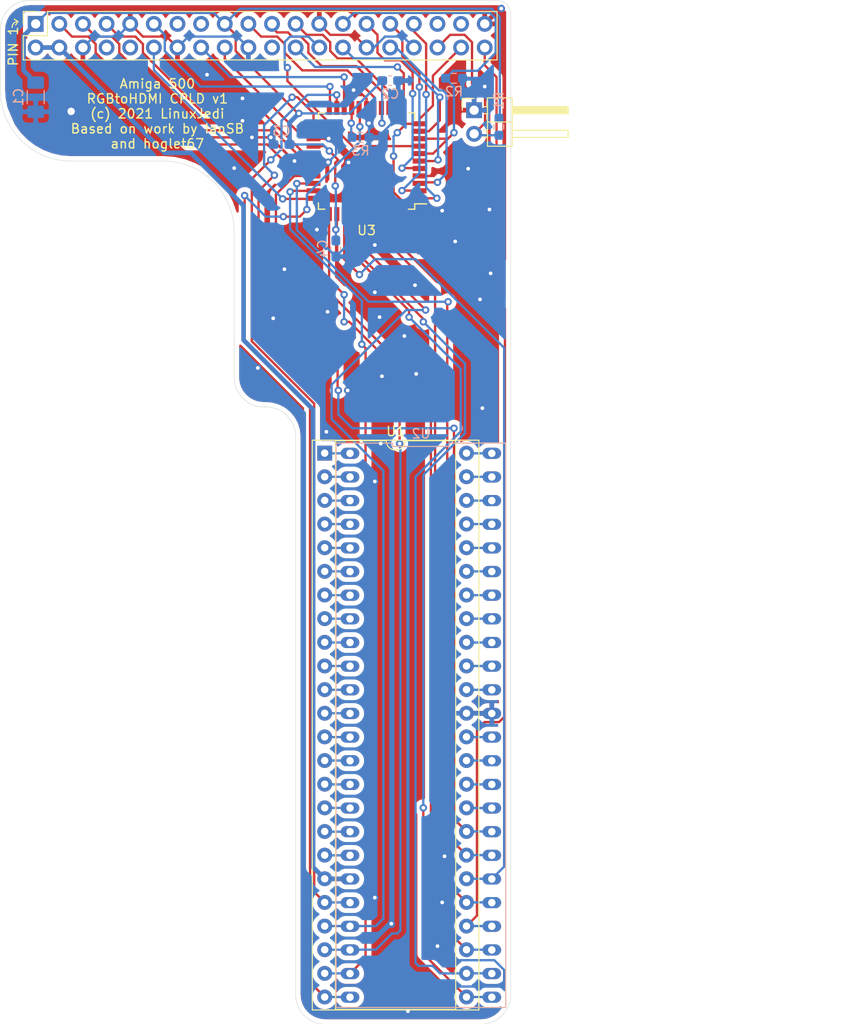
<source format=kicad_pcb>
(kicad_pcb (version 20171130) (host pcbnew 5.1.9-73d0e3b20d~88~ubuntu20.10.1)
  (layers (0 F.Cu signal) (31 B.Cu signal) (34 B.Paste user) (35 F.Paste user) (36 B.SilkS user) (37 F.SilkS user) (38 B.Mask user) (39 F.Mask user) (44 Edge.Cuts user))
  (net 0 "")
  (net 1 VCC)
  (net 2 GND)
  (net 3 +3V3)
  (net 4 /GPIO21)
  (net 5 /GPIO20)
  (net 6 /GPIO26)
  (net 7 /GPIO16)
  (net 8 /GPIO18)
  (net 9 /GPIO13)
  (net 10 /GPIO12)
  (net 11 /GPIO6)
  (net 12 /GPIO5)
  (net 13 /GPIO0)
  (net 14 /GPIO7)
  (net 15 /GPIO8)
  (net 16 /GPIO11)
  (net 17 /GPIO25)
  (net 18 /GPIO9)
  (net 19 /GPIO10)
  (net 20 /GPIO24)
  (net 21 /GPIO23)
  (net 22 /GPIO22)
  (net 23 /GPIO27)
  (net 24 /GPIO17)
  (net 25 /GPIO15)
  (net 26 /GPIO14)
  (net 27 /GPIO4)
  (net 28 /GPIO3)
  (net 29 /GPIO2)
  (net 30 /GPIO19)
  (net 31 /CLKEN)
  (net 32 /D7)
  (net 33 /B0)
  (net 34 /D8)
  (net 35 /R3)
  (net 36 /D9)
  (net 37 /R2)
  (net 38 /D10)
  (net 39 /R1)
  (net 40 /D11)
  (net 41 /R0)
  (net 42 /D12)
  (net 43 /D13)
  (net 44 /BURST)
  (net 45 /D14)
  (net 46 /RGA1)
  (net 47 /D15)
  (net 48 /RGA2)
  (net 49 /M1V)
  (net 50 /RGA3)
  (net 51 /M0V)
  (net 52 /RGA4)
  (net 53 /RGA5)
  (net 54 /CCK)
  (net 55 /RGA6)
  (net 56 /7M)
  (net 57 /RGA7)
  (net 58 /NC)
  (net 59 /RGA8)
  (net 60 /ZD)
  (net 61 /M0H)
  (net 62 /M1H)
  (net 63 /G3)
  (net 64 /D0)
  (net 65 /G2)
  (net 66 /D1)
  (net 67 /G1)
  (net 68 /D2)
  (net 69 /G0)
  (net 70 /D3)
  (net 71 /B3)
  (net 72 /D4)
  (net 73 /B2)
  (net 74 /D5)
  (net 75 /B1)
  (net 76 /D6)
  (net 77 /VSYNC)
  (net 78 /HSYNC)
  (net 79 /DETECT)
  (module Capacitor_SMD:C_1206_3216Metric_Pad1.33x1.80mm_HandSolder (layer B.Cu) (at 59.69 30.734 270)
    (fp_text reference C1 (at 0 1.85 270) (layer B.SilkS) (effects (justify mirror)))
    (fp_text value 10uF)
    (pad 2 smd roundrect (at 1.5625 0 270) (size 1.325 1.8) (layers B.Cu B.Paste B.Mask) (roundrect_rratio 0.1886784905660377) (net 2 GND))
    (pad 1 smd roundrect (at -1.5625 0 270) (size 1.325 1.8) (layers B.Cu B.Paste B.Mask) (roundrect_rratio 0.1886784905660377) (net 3 +3V3))
  )
  (module Resistor_SMD:R_0603_1608Metric_Pad0.98x0.95mm_HandSolder (layer B.Cu) (at 94.615 35.052)
    (fp_text reference R3 (at 0 1.43) (layer B.SilkS) (effects (justify mirror)))
    (fp_text value 4.7K)
    (pad 2 smd roundrect (at 0.9125 0) (size 0.975 0.95) (layers B.Cu B.Paste B.Mask) (net 2 GND))
    (pad 1 smd roundrect (at -0.9125 0) (size 0.975 0.95) (layers B.Cu B.Paste B.Mask) (net 79 /DETECT))
  )
  (module Package_QFP:TQFP-44_10x10mm_P0.8mm (layer F.Cu) (at 95.25 37.592 180)
    (fp_text reference U3 (at 0 -7.45) (layer F.SilkS))
    (fp_text value XC9572VQ44)
    (pad 44 smd rect (at -4 -5.7 270) (size 1.5 0.55) (layers F.Cu F.Paste F.Mask) (net 5 /GPIO20))
    (pad 43 smd rect (at -3.2 -5.7 270) (size 1.5 0.55) (layers F.Cu F.Paste F.Mask) (net 4 /GPIO21))
    (pad 42 smd rect (at -2.4 -5.7 270) (size 1.5 0.55) (layers F.Cu F.Paste F.Mask) (net 69 /G0))
    (pad 41 smd rect (at -1.6 -5.7 270) (size 1.5 0.55) (layers F.Cu F.Paste F.Mask) (net 77 /VSYNC))
    (pad 40 smd rect (at -0.8 -5.7 270) (size 1.5 0.55) (layers F.Cu F.Paste F.Mask) (net 67 /G1))
    (pad 39 smd rect (at 0 -5.7 270) (size 1.5 0.55) (layers F.Cu F.Paste F.Mask) (net 39 /R1))
    (pad 38 smd rect (at 0.8 -5.7 270) (size 1.5 0.55) (layers F.Cu F.Paste F.Mask) (net 75 /B1))
    (pad 37 smd rect (at 1.6 -5.7 270) (size 1.5 0.55) (layers F.Cu F.Paste F.Mask) (net 73 /B2))
    (pad 36 smd rect (at 2.4 -5.7 270) (size 1.5 0.55) (layers F.Cu F.Paste F.Mask) (net 65 /G2))
    (pad 35 smd rect (at 3.2 -5.7 270) (size 1.5 0.55) (layers F.Cu F.Paste F.Mask) (net 3 +3V3))
    (pad 34 smd rect (at 4 -5.7 270) (size 1.5 0.55) (layers F.Cu F.Paste F.Mask) (net 37 /R2))
    (pad 33 smd rect (at 5.7 -4 180) (size 1.5 0.55) (layers F.Cu F.Paste F.Mask) (net 8 /GPIO18))
    (pad 32 smd rect (at 5.7 -3.2 180) (size 1.5 0.55) (layers F.Cu F.Paste F.Mask) (net 35 /R3))
    (pad 31 smd rect (at 5.7 -2.4 180) (size 1.5 0.55) (layers F.Cu F.Paste F.Mask) (net 63 /G3))
    (pad 30 smd rect (at 5.7 -1.6 180) (size 1.5 0.55) (layers F.Cu F.Paste F.Mask) (net 71 /B3))
    (pad 29 smd rect (at 5.7 -0.8 180) (size 1.5 0.55) (layers F.Cu F.Paste F.Mask) (net 29 /GPIO2))
    (pad 28 smd rect (at 5.7 0 180) (size 1.5 0.55) (layers F.Cu F.Paste F.Mask) (net 28 /GPIO3))
    (pad 27 smd rect (at 5.7 0.8 180) (size 1.5 0.55) (layers F.Cu F.Paste F.Mask) (net 27 /GPIO4))
    (pad 26 smd rect (at 5.7 1.6 180) (size 1.5 0.55) (layers F.Cu F.Paste F.Mask) (net 3 +3V3))
    (pad 25 smd rect (at 5.7 2.4 180) (size 1.5 0.55) (layers F.Cu F.Paste F.Mask) (net 2 GND))
    (pad 24 smd rect (at 5.7 3.2 180) (size 1.5 0.55) (layers F.Cu F.Paste F.Mask) (net 20 /GPIO24))
    (pad 23 smd rect (at 5.7 4 180) (size 1.5 0.55) (layers F.Cu F.Paste F.Mask) (net 78 /HSYNC))
    (pad 22 smd rect (at 4 5.7 270) (size 1.5 0.55) (layers F.Cu F.Paste F.Mask) (net 24 /GPIO17))
    (pad 21 smd rect (at 3.2 5.7 270) (size 1.5 0.55) (layers F.Cu F.Paste F.Mask) (net 41 /R0))
    (pad 20 smd rect (at 2.4 5.7 270) (size 1.5 0.55) (layers F.Cu F.Paste F.Mask) (net 21 /GPIO23))
    (pad 19 smd rect (at 1.6 5.7 270) (size 1.5 0.55) (layers F.Cu F.Paste F.Mask) (net 79 /DETECT))
    (pad 18 smd rect (at 0.8 5.7 270) (size 1.5 0.55) (layers F.Cu F.Paste F.Mask) (net 33 /B0))
    (pad 17 smd rect (at 0 5.7 270) (size 1.5 0.55) (layers F.Cu F.Paste F.Mask) (net 2 GND))
    (pad 16 smd rect (at -0.8 5.7 270) (size 1.5 0.55) (layers F.Cu F.Paste F.Mask) (net 19 /GPIO10))
    (pad 15 smd rect (at -1.6 5.7 270) (size 1.5 0.55) (layers F.Cu F.Paste F.Mask) (net 3 +3V3))
    (pad 14 smd rect (at -2.4 5.7 270) (size 1.5 0.55) (layers F.Cu F.Paste F.Mask) (net 18 /GPIO9))
    (pad 13 smd rect (at -3.2 5.7 270) (size 1.5 0.55) (layers F.Cu F.Paste F.Mask) (net 16 /GPIO11))
    (pad 12 smd rect (at -4 5.7 270) (size 1.5 0.55) (layers F.Cu F.Paste F.Mask) (net 15 /GPIO8))
    (pad 11 smd rect (at -5.7 4 180) (size 1.5 0.55) (layers F.Cu F.Paste F.Mask) (net 5 /GPIO20))
    (pad 10 smd rect (at -5.7 3.2 180) (size 1.5 0.55) (layers F.Cu F.Paste F.Mask) (net 31 /CLKEN))
    (pad 9 smd rect (at -5.7 2.4 180) (size 1.5 0.55) (layers F.Cu F.Paste F.Mask) (net 13 /GPIO0))
    (pad 8 smd rect (at -5.7 1.6 180) (size 1.5 0.55) (layers F.Cu F.Paste F.Mask) (net 14 /GPIO7))
    (pad 7 smd rect (at -5.7 0.8 180) (size 1.5 0.55) (layers F.Cu F.Paste F.Mask) (net 13 /GPIO0))
    (pad 6 smd rect (at -5.7 0 180) (size 1.5 0.55) (layers F.Cu F.Paste F.Mask) (net 31 /CLKEN))
    (pad 5 smd rect (at -5.7 -0.8 180) (size 1.5 0.55) (layers F.Cu F.Paste F.Mask) (net 12 /GPIO5))
    (pad 4 smd rect (at -5.7 -1.6 180) (size 1.5 0.55) (layers F.Cu F.Paste F.Mask) (net 2 GND))
    (pad 3 smd rect (at -5.7 -2.4 180) (size 1.5 0.55) (layers F.Cu F.Paste F.Mask) (net 10 /GPIO12))
    (pad 2 smd rect (at -5.7 -3.2 180) (size 1.5 0.55) (layers F.Cu F.Paste F.Mask) (net 11 /GPIO6))
    (pad 1 smd rect (at -5.7 -4 180) (size 1.5 0.55) (layers F.Cu F.Paste F.Mask) (net 9 /GPIO13))
  )
  (module Capacitor_SMD:C_0603_1608Metric_Pad1.08x0.95mm_HandSolder (layer B.Cu) (at 91.948 46.99 270)
    (fp_text reference C4 (at 0 1.43 270) (layer B.SilkS) (effects (justify mirror)))
    (fp_text value 0.1uF)
    (pad 2 smd roundrect (at 0.8625 0 270) (size 1.075 0.95) (layers B.Cu B.Paste B.Mask) (net 2 GND))
    (pad 1 smd roundrect (at -0.8625 0 270) (size 1.075 0.95) (layers B.Cu B.Paste B.Mask) (net 3 +3V3))
  )
  (module Capacitor_SMD:C_0603_1608Metric_Pad1.08x0.95mm_HandSolder (layer B.Cu) (at 86.106 35.814 180)
    (fp_text reference C3 (at 0 1.43) (layer B.SilkS) (effects (justify mirror)))
    (fp_text value 0.1uF)
    (pad 2 smd roundrect (at 0.8625 0 180) (size 1.075 0.95) (layers B.Cu B.Paste B.Mask) (net 2 GND))
    (pad 1 smd roundrect (at -0.8625 0 180) (size 1.075 0.95) (layers B.Cu B.Paste B.Mask) (net 3 +3V3))
  )
  (module chips:DIP-48_pins (layer B.Cu) (at 101.092 95.504 90)
    (fp_text reference U2 (at 28.6176 0) (layer B.SilkS) (effects (justify mirror)))
    (fp_text value DenisePins)
    (pad 24 thru_hole oval (at -31.9024 -7.62 90) (size 1.2 2) (drill 0.8) (layers *.Cu *.Mask) (net 33 /B0))
    (pad 25 thru_hole oval (at -31.9024 7.62 90) (size 1.2 2) (drill 0.8) (layers *.Cu *.Mask) (net 75 /B1))
    (pad 23 thru_hole oval (at -29.3624 -7.62 90) (size 1.2 2) (drill 0.8) (layers *.Cu *.Mask) (net 35 /R3))
    (pad 26 thru_hole oval (at -29.3624 7.62 90) (size 1.2 2) (drill 0.8) (layers *.Cu *.Mask) (net 73 /B2))
    (pad 22 thru_hole oval (at -26.8224 -7.62 90) (size 1.2 2) (drill 0.8) (layers *.Cu *.Mask) (net 37 /R2))
    (pad 27 thru_hole oval (at -26.8224 7.62 90) (size 1.2 2) (drill 0.8) (layers *.Cu *.Mask) (net 71 /B3))
    (pad 21 thru_hole oval (at -24.2824 -7.62 90) (size 1.2 2) (drill 0.8) (layers *.Cu *.Mask) (net 39 /R1))
    (pad 28 thru_hole oval (at -24.2824 7.62 90) (size 1.2 2) (drill 0.8) (layers *.Cu *.Mask) (net 69 /G0))
    (pad 20 thru_hole oval (at -21.7424 -7.62 90) (size 1.2 2) (drill 0.8) (layers *.Cu *.Mask) (net 41 /R0))
    (pad 29 thru_hole oval (at -21.7424 7.62 90) (size 1.2 2) (drill 0.8) (layers *.Cu *.Mask) (net 67 /G1))
    (pad 19 thru_hole oval (at -19.2024 -7.62 90) (size 1.2 2) (drill 0.8) (layers *.Cu *.Mask) (net 1 VCC))
    (pad 30 thru_hole oval (at -19.2024 7.62 90) (size 1.2 2) (drill 0.8) (layers *.Cu *.Mask) (net 65 /G2))
    (pad 18 thru_hole oval (at -16.6624 -7.62 90) (size 1.2 2) (drill 0.8) (layers *.Cu *.Mask) (net 44 /BURST))
    (pad 31 thru_hole oval (at -16.6624 7.62 90) (size 1.2 2) (drill 0.8) (layers *.Cu *.Mask) (net 63 /G3))
    (pad 17 thru_hole oval (at -14.1224 -7.62 90) (size 1.2 2) (drill 0.8) (layers *.Cu *.Mask) (net 46 /RGA1))
    (pad 32 thru_hole oval (at -14.1224 7.62 90) (size 1.2 2) (drill 0.8) (layers *.Cu *.Mask) (net 78 /HSYNC))
    (pad 16 thru_hole oval (at -11.5824 -7.62 90) (size 1.2 2) (drill 0.8) (layers *.Cu *.Mask) (net 48 /RGA2))
    (pad 33 thru_hole oval (at -11.5824 7.62 90) (size 1.2 2) (drill 0.8) (layers *.Cu *.Mask) (net 60 /ZD))
    (pad 15 thru_hole oval (at -9.0424 -7.62 90) (size 1.2 2) (drill 0.8) (layers *.Cu *.Mask) (net 50 /RGA3))
    (pad 34 thru_hole oval (at -9.0424 7.62 90) (size 1.2 2) (drill 0.8) (layers *.Cu *.Mask) (net 58 /NC))
    (pad 14 thru_hole oval (at -6.5024 -7.62 90) (size 1.2 2) (drill 0.8) (layers *.Cu *.Mask) (net 52 /RGA4))
    (pad 35 thru_hole oval (at -6.5024 7.62 90) (size 1.2 2) (drill 0.8) (layers *.Cu *.Mask) (net 56 /7M))
    (pad 13 thru_hole oval (at -3.9624 -7.62 90) (size 1.2 2) (drill 0.8) (layers *.Cu *.Mask) (net 53 /RGA5))
    (pad 36 thru_hole oval (at -3.9624 7.62 90) (size 1.2 2) (drill 0.8) (layers *.Cu *.Mask) (net 54 /CCK))
    (pad 12 thru_hole oval (at -1.4224 -7.62 90) (size 1.2 2) (drill 0.8) (layers *.Cu *.Mask) (net 55 /RGA6))
    (pad 37 thru_hole oval (at -1.4224 7.62 90) (size 1.2 2) (drill 0.8) (layers *.Cu *.Mask) (net 2 GND))
    (pad 11 thru_hole oval (at 1.1176 -7.62 90) (size 1.2 2) (drill 0.8) (layers *.Cu *.Mask) (net 57 /RGA7))
    (pad 38 thru_hole oval (at 1.1176 7.62 90) (size 1.2 2) (drill 0.8) (layers *.Cu *.Mask) (net 51 /M0V))
    (pad 10 thru_hole oval (at 3.6576 -7.62 90) (size 1.2 2) (drill 0.8) (layers *.Cu *.Mask) (net 59 /RGA8))
    (pad 39 thru_hole oval (at 3.6576 7.62 90) (size 1.2 2) (drill 0.8) (layers *.Cu *.Mask) (net 49 /M1V))
    (pad 9 thru_hole oval (at 6.1976 -7.62 90) (size 1.2 2) (drill 0.8) (layers *.Cu *.Mask) (net 61 /M0H))
    (pad 40 thru_hole oval (at 6.1976 7.62 90) (size 1.2 2) (drill 0.8) (layers *.Cu *.Mask) (net 47 /D15))
    (pad 8 thru_hole oval (at 8.7376 -7.62 90) (size 1.2 2) (drill 0.8) (layers *.Cu *.Mask) (net 62 /M1H))
    (pad 41 thru_hole oval (at 8.7376 7.62 90) (size 1.2 2) (drill 0.8) (layers *.Cu *.Mask) (net 45 /D14))
    (pad 7 thru_hole oval (at 11.2776 -7.62 90) (size 1.2 2) (drill 0.8) (layers *.Cu *.Mask) (net 64 /D0))
    (pad 42 thru_hole oval (at 11.2776 7.62 90) (size 1.2 2) (drill 0.8) (layers *.Cu *.Mask) (net 43 /D13))
    (pad 6 thru_hole oval (at 13.8176 -7.62 90) (size 1.2 2) (drill 0.8) (layers *.Cu *.Mask) (net 66 /D1))
    (pad 43 thru_hole oval (at 13.8176 7.62 90) (size 1.2 2) (drill 0.8) (layers *.Cu *.Mask) (net 42 /D12))
    (pad 5 thru_hole oval (at 16.3576 -7.62 90) (size 1.2 2) (drill 0.8) (layers *.Cu *.Mask) (net 68 /D2))
    (pad 44 thru_hole oval (at 16.3576 7.62 90) (size 1.2 2) (drill 0.8) (layers *.Cu *.Mask) (net 40 /D11))
    (pad 4 thru_hole oval (at 18.8976 -7.62 90) (size 1.2 2) (drill 0.8) (layers *.Cu *.Mask) (net 70 /D3))
    (pad 45 thru_hole oval (at 18.8976 7.62 90) (size 1.2 2) (drill 0.8) (layers *.Cu *.Mask) (net 38 /D10))
    (pad 3 thru_hole oval (at 21.4376 -7.62 90) (size 1.2 2) (drill 0.8) (layers *.Cu *.Mask) (net 72 /D4))
    (pad 46 thru_hole oval (at 21.4376 7.62 90) (size 1.2 2) (drill 0.8) (layers *.Cu *.Mask) (net 36 /D9))
    (pad 2 thru_hole oval (at 23.9776 -7.62 90) (size 1.2 2) (drill 0.8) (layers *.Cu *.Mask) (net 74 /D5))
    (pad 47 thru_hole oval (at 23.9776 7.62 90) (size 1.2 2) (drill 0.8) (layers *.Cu *.Mask) (net 34 /D8))
    (pad 1 thru_hole oval (at 26.5176 -7.62 90) (size 1.2 2) (drill 0.8) (layers *.Cu *.Mask) (net 76 /D6))
    (pad 48 thru_hole oval (at 26.5176 7.62 90) (size 1.2 2) (drill 0.8) (layers *.Cu *.Mask) (net 32 /D7))
  )
  (module Resistor_SMD:R_0603_1608Metric_Pad0.98x0.95mm_HandSolder (layer B.Cu) (at 104.648 28.702)
    (fp_text reference R2 (at 0 1.43) (layer B.SilkS) (effects (justify mirror)))
    (fp_text value 1K)
    (pad 2 smd roundrect (at 0.9125 0) (size 0.975 0.95) (layers B.Cu B.Paste B.Mask) (net 2 GND))
    (pad 1 smd roundrect (at -0.9125 0) (size 0.975 0.95) (layers B.Cu B.Paste B.Mask) (net 13 /GPIO0))
  )
  (module Resistor_SMD:R_0603_1608Metric_Pad0.98x0.95mm_HandSolder (layer B.Cu) (at 109.474 33.909 270)
    (fp_text reference R1 (at -2.794 0 270) (layer B.SilkS) (effects (justify mirror)))
    (fp_text value 1K)
    (pad 2 smd roundrect (at 0.9125 0 270) (size 0.975 0.95) (layers B.Cu B.Paste B.Mask) (net 7 /GPIO16))
    (pad 1 smd roundrect (at -0.9125 0 270) (size 0.975 0.95) (layers B.Cu B.Paste B.Mask) (net 3 +3V3))
  )
  (module Connector_PinSocket_2.54mm:PinSocket_2x20_P2.54mm_Vertical (layer F.Cu) (at 59.69 22.86 90)
    (fp_text reference J1 hide)
    (fp_text value Raspberry_Pi_2_3)
    (pad 40 thru_hole oval (at -2.54 48.26 90) (size 1.7 1.7) (drill 1) (layers *.Cu *.Mask) (net 4 /GPIO21))
    (pad 39 thru_hole oval (at 0 48.26 90) (size 1.7 1.7) (drill 1) (layers *.Cu *.Mask) (net 2 GND))
    (pad 38 thru_hole oval (at -2.54 45.72 90) (size 1.7 1.7) (drill 1) (layers *.Cu *.Mask) (net 5 /GPIO20))
    (pad 37 thru_hole oval (at 0 45.72 90) (size 1.7 1.7) (drill 1) (layers *.Cu *.Mask) (net 6 /GPIO26))
    (pad 36 thru_hole oval (at -2.54 43.18 90) (size 1.7 1.7) (drill 1) (layers *.Cu *.Mask) (net 7 /GPIO16))
    (pad 35 thru_hole oval (at 0 43.18 90) (size 1.7 1.7) (drill 1) (layers *.Cu *.Mask) (net 30 /GPIO19))
    (pad 34 thru_hole oval (at -2.54 40.64 90) (size 1.7 1.7) (drill 1) (layers *.Cu *.Mask) (net 2 GND))
    (pad 33 thru_hole oval (at 0 40.64 90) (size 1.7 1.7) (drill 1) (layers *.Cu *.Mask) (net 9 /GPIO13))
    (pad 32 thru_hole oval (at -2.54 38.1 90) (size 1.7 1.7) (drill 1) (layers *.Cu *.Mask) (net 10 /GPIO12))
    (pad 31 thru_hole oval (at 0 38.1 90) (size 1.7 1.7) (drill 1) (layers *.Cu *.Mask) (net 11 /GPIO6))
    (pad 30 thru_hole oval (at -2.54 35.56 90) (size 1.7 1.7) (drill 1) (layers *.Cu *.Mask) (net 2 GND))
    (pad 29 thru_hole oval (at 0 35.56 90) (size 1.7 1.7) (drill 1) (layers *.Cu *.Mask) (net 12 /GPIO5))
    (pad 28 thru_hole oval (at -2.54 33.02 90) (size 1.7 1.7) (drill 1) (layers *.Cu *.Mask) (net 31 /CLKEN))
    (pad 27 thru_hole oval (at 0 33.02 90) (size 1.7 1.7) (drill 1) (layers *.Cu *.Mask) (net 13 /GPIO0))
    (pad 26 thru_hole oval (at -2.54 30.48 90) (size 1.7 1.7) (drill 1) (layers *.Cu *.Mask) (net 14 /GPIO7))
    (pad 25 thru_hole oval (at 0 30.48 90) (size 1.7 1.7) (drill 1) (layers *.Cu *.Mask) (net 2 GND))
    (pad 24 thru_hole oval (at -2.54 27.94 90) (size 1.7 1.7) (drill 1) (layers *.Cu *.Mask) (net 15 /GPIO8))
    (pad 23 thru_hole oval (at 0 27.94 90) (size 1.7 1.7) (drill 1) (layers *.Cu *.Mask) (net 16 /GPIO11))
    (pad 22 thru_hole oval (at -2.54 25.4 90) (size 1.7 1.7) (drill 1) (layers *.Cu *.Mask) (net 17 /GPIO25))
    (pad 21 thru_hole oval (at 0 25.4 90) (size 1.7 1.7) (drill 1) (layers *.Cu *.Mask) (net 18 /GPIO9))
    (pad 20 thru_hole oval (at -2.54 22.86 90) (size 1.7 1.7) (drill 1) (layers *.Cu *.Mask) (net 2 GND))
    (pad 19 thru_hole oval (at 0 22.86 90) (size 1.7 1.7) (drill 1) (layers *.Cu *.Mask) (net 19 /GPIO10))
    (pad 18 thru_hole oval (at -2.54 20.32 90) (size 1.7 1.7) (drill 1) (layers *.Cu *.Mask) (net 20 /GPIO24))
    (pad 17 thru_hole oval (at 0 20.32 90) (size 1.7 1.7) (drill 1) (layers *.Cu *.Mask) (net 3 +3V3))
    (pad 16 thru_hole oval (at -2.54 17.78 90) (size 1.7 1.7) (drill 1) (layers *.Cu *.Mask) (net 21 /GPIO23))
    (pad 15 thru_hole oval (at 0 17.78 90) (size 1.7 1.7) (drill 1) (layers *.Cu *.Mask) (net 22 /GPIO22))
    (pad 14 thru_hole oval (at -2.54 15.24 90) (size 1.7 1.7) (drill 1) (layers *.Cu *.Mask) (net 2 GND))
    (pad 13 thru_hole oval (at 0 15.24 90) (size 1.7 1.7) (drill 1) (layers *.Cu *.Mask) (net 23 /GPIO27))
    (pad 12 thru_hole oval (at -2.54 12.7 90) (size 1.7 1.7) (drill 1) (layers *.Cu *.Mask) (net 8 /GPIO18))
    (pad 11 thru_hole oval (at 0 12.7 90) (size 1.7 1.7) (drill 1) (layers *.Cu *.Mask) (net 24 /GPIO17))
    (pad 10 thru_hole oval (at -2.54 10.16 90) (size 1.7 1.7) (drill 1) (layers *.Cu *.Mask) (net 25 /GPIO15))
    (pad 9 thru_hole oval (at 0 10.16 90) (size 1.7 1.7) (drill 1) (layers *.Cu *.Mask) (net 2 GND))
    (pad 8 thru_hole oval (at -2.54 7.62 90) (size 1.7 1.7) (drill 1) (layers *.Cu *.Mask) (net 26 /GPIO14))
    (pad 7 thru_hole oval (at 0 7.62 90) (size 1.7 1.7) (drill 1) (layers *.Cu *.Mask) (net 27 /GPIO4))
    (pad 6 thru_hole oval (at -2.54 5.08 90) (size 1.7 1.7) (drill 1) (layers *.Cu *.Mask) (net 2 GND))
    (pad 5 thru_hole oval (at 0 5.08 90) (size 1.7 1.7) (drill 1) (layers *.Cu *.Mask) (net 28 /GPIO3))
    (pad 4 thru_hole oval (at -2.54 2.54 90) (size 1.7 1.7) (drill 1) (layers *.Cu *.Mask) (net 1 VCC))
    (pad 3 thru_hole oval (at 0 2.54 90) (size 1.7 1.7) (drill 1) (layers *.Cu *.Mask) (net 29 /GPIO2))
    (pad 2 thru_hole oval (at -2.54 0 90) (size 1.7 1.7) (drill 1) (layers *.Cu *.Mask) (net 1 VCC))
    (pad 1 thru_hole rect (at 0 0 90) (size 1.7 1.7) (drill 1) (layers *.Cu *.Mask) (net 3 +3V3))
  )
  (module Package_DIP:DIP-48_W15.24mm_Socket (layer F.Cu) (at 90.75 68.965)
    (fp_text reference U1 (at 7.62 -2.33) (layer F.SilkS))
    (fp_text value DeniseSocket)
    (pad 48 thru_hole oval (at 15.24 0) (size 1.6 1.6) (drill 0.8) (layers *.Cu *.Mask) (net 32 /D7))
    (pad 24 thru_hole oval (at 0 58.42) (size 1.6 1.6) (drill 0.8) (layers *.Cu *.Mask) (net 33 /B0))
    (pad 47 thru_hole oval (at 15.24 2.54) (size 1.6 1.6) (drill 0.8) (layers *.Cu *.Mask) (net 34 /D8))
    (pad 23 thru_hole oval (at 0 55.88) (size 1.6 1.6) (drill 0.8) (layers *.Cu *.Mask) (net 35 /R3))
    (pad 46 thru_hole oval (at 15.24 5.08) (size 1.6 1.6) (drill 0.8) (layers *.Cu *.Mask) (net 36 /D9))
    (pad 22 thru_hole oval (at 0 53.34) (size 1.6 1.6) (drill 0.8) (layers *.Cu *.Mask) (net 37 /R2))
    (pad 45 thru_hole oval (at 15.24 7.62) (size 1.6 1.6) (drill 0.8) (layers *.Cu *.Mask) (net 38 /D10))
    (pad 21 thru_hole oval (at 0 50.8) (size 1.6 1.6) (drill 0.8) (layers *.Cu *.Mask) (net 39 /R1))
    (pad 44 thru_hole oval (at 15.24 10.16) (size 1.6 1.6) (drill 0.8) (layers *.Cu *.Mask) (net 40 /D11))
    (pad 20 thru_hole oval (at 0 48.26) (size 1.6 1.6) (drill 0.8) (layers *.Cu *.Mask) (net 41 /R0))
    (pad 43 thru_hole oval (at 15.24 12.7) (size 1.6 1.6) (drill 0.8) (layers *.Cu *.Mask) (net 42 /D12))
    (pad 19 thru_hole oval (at 0 45.72) (size 1.6 1.6) (drill 0.8) (layers *.Cu *.Mask) (net 1 VCC))
    (pad 42 thru_hole oval (at 15.24 15.24) (size 1.6 1.6) (drill 0.8) (layers *.Cu *.Mask) (net 43 /D13))
    (pad 18 thru_hole oval (at 0 43.18) (size 1.6 1.6) (drill 0.8) (layers *.Cu *.Mask) (net 44 /BURST))
    (pad 41 thru_hole oval (at 15.24 17.78) (size 1.6 1.6) (drill 0.8) (layers *.Cu *.Mask) (net 45 /D14))
    (pad 17 thru_hole oval (at 0 40.64) (size 1.6 1.6) (drill 0.8) (layers *.Cu *.Mask) (net 46 /RGA1))
    (pad 40 thru_hole oval (at 15.24 20.32) (size 1.6 1.6) (drill 0.8) (layers *.Cu *.Mask) (net 47 /D15))
    (pad 16 thru_hole oval (at 0 38.1) (size 1.6 1.6) (drill 0.8) (layers *.Cu *.Mask) (net 48 /RGA2))
    (pad 39 thru_hole oval (at 15.24 22.86) (size 1.6 1.6) (drill 0.8) (layers *.Cu *.Mask) (net 49 /M1V))
    (pad 15 thru_hole oval (at 0 35.56) (size 1.6 1.6) (drill 0.8) (layers *.Cu *.Mask) (net 50 /RGA3))
    (pad 38 thru_hole oval (at 15.24 25.4) (size 1.6 1.6) (drill 0.8) (layers *.Cu *.Mask) (net 51 /M0V))
    (pad 14 thru_hole oval (at 0 33.02) (size 1.6 1.6) (drill 0.8) (layers *.Cu *.Mask) (net 52 /RGA4))
    (pad 37 thru_hole oval (at 15.24 27.94) (size 1.6 1.6) (drill 0.8) (layers *.Cu *.Mask) (net 2 GND))
    (pad 13 thru_hole oval (at 0 30.48) (size 1.6 1.6) (drill 0.8) (layers *.Cu *.Mask) (net 53 /RGA5))
    (pad 36 thru_hole oval (at 15.24 30.48) (size 1.6 1.6) (drill 0.8) (layers *.Cu *.Mask) (net 54 /CCK))
    (pad 12 thru_hole oval (at 0 27.94) (size 1.6 1.6) (drill 0.8) (layers *.Cu *.Mask) (net 55 /RGA6))
    (pad 35 thru_hole oval (at 15.24 33.02) (size 1.6 1.6) (drill 0.8) (layers *.Cu *.Mask) (net 56 /7M))
    (pad 11 thru_hole oval (at 0 25.4) (size 1.6 1.6) (drill 0.8) (layers *.Cu *.Mask) (net 57 /RGA7))
    (pad 34 thru_hole oval (at 15.24 35.56) (size 1.6 1.6) (drill 0.8) (layers *.Cu *.Mask) (net 58 /NC))
    (pad 10 thru_hole oval (at 0 22.86) (size 1.6 1.6) (drill 0.8) (layers *.Cu *.Mask) (net 59 /RGA8))
    (pad 33 thru_hole oval (at 15.24 38.1) (size 1.6 1.6) (drill 0.8) (layers *.Cu *.Mask) (net 60 /ZD))
    (pad 9 thru_hole oval (at 0 20.32) (size 1.6 1.6) (drill 0.8) (layers *.Cu *.Mask) (net 61 /M0H))
    (pad 32 thru_hole oval (at 15.24 40.64) (size 1.6 1.6) (drill 0.8) (layers *.Cu *.Mask) (net 78 /HSYNC))
    (pad 8 thru_hole oval (at 0 17.78) (size 1.6 1.6) (drill 0.8) (layers *.Cu *.Mask) (net 62 /M1H))
    (pad 31 thru_hole oval (at 15.24 43.18) (size 1.6 1.6) (drill 0.8) (layers *.Cu *.Mask) (net 63 /G3))
    (pad 7 thru_hole oval (at 0 15.24) (size 1.6 1.6) (drill 0.8) (layers *.Cu *.Mask) (net 64 /D0))
    (pad 30 thru_hole oval (at 15.24 45.72) (size 1.6 1.6) (drill 0.8) (layers *.Cu *.Mask) (net 65 /G2))
    (pad 6 thru_hole oval (at 0 12.7) (size 1.6 1.6) (drill 0.8) (layers *.Cu *.Mask) (net 66 /D1))
    (pad 29 thru_hole oval (at 15.24 48.26) (size 1.6 1.6) (drill 0.8) (layers *.Cu *.Mask) (net 67 /G1))
    (pad 5 thru_hole oval (at 0 10.16) (size 1.6 1.6) (drill 0.8) (layers *.Cu *.Mask) (net 68 /D2))
    (pad 28 thru_hole oval (at 15.24 50.8) (size 1.6 1.6) (drill 0.8) (layers *.Cu *.Mask) (net 69 /G0))
    (pad 4 thru_hole oval (at 0 7.62) (size 1.6 1.6) (drill 0.8) (layers *.Cu *.Mask) (net 70 /D3))
    (pad 27 thru_hole oval (at 15.24 53.34) (size 1.6 1.6) (drill 0.8) (layers *.Cu *.Mask) (net 71 /B3))
    (pad 3 thru_hole oval (at 0 5.08) (size 1.6 1.6) (drill 0.8) (layers *.Cu *.Mask) (net 72 /D4))
    (pad 26 thru_hole oval (at 15.24 55.88) (size 1.6 1.6) (drill 0.8) (layers *.Cu *.Mask) (net 73 /B2))
    (pad 2 thru_hole oval (at 0 2.54) (size 1.6 1.6) (drill 0.8) (layers *.Cu *.Mask) (net 74 /D5))
    (pad 25 thru_hole oval (at 15.24 58.42) (size 1.6 1.6) (drill 0.8) (layers *.Cu *.Mask) (net 75 /B1))
    (pad 1 thru_hole rect (at 0 0) (size 1.6 1.6) (drill 0.8) (layers *.Cu *.Mask) (net 76 /D6))
  )
  (module Connector_PinHeader_2.54mm:PinHeader_1x02_P2.54mm_Horizontal (layer F.Cu) (at 106.807 32.131)
    (fp_text reference JP1 hide)
    (fp_text value Jumper_2_Open)
    (pad 2 thru_hole oval (at 0 2.54) (size 1.7 1.7) (drill 1) (layers *.Cu *.Mask) (net 7 /GPIO16))
    (pad 1 thru_hole rect (at 0 0) (size 1.7 1.7) (drill 1) (layers *.Cu *.Mask) (net 2 GND))
  )
  (module Capacitor_SMD:C_0603_1608Metric_Pad1.08x0.95mm_HandSolder (layer B.Cu) (at 97.79 28.956)
    (fp_text reference C2 (at 0 1.43) (layer B.SilkS) (effects (justify mirror)))
    (fp_text value 0.1uF)
    (pad 2 smd roundrect (at 0.8625 0) (size 1.075 0.95) (layers B.Cu B.Paste B.Mask) (net 2 GND))
    (pad 1 smd roundrect (at -0.8625 0) (size 1.075 0.95) (layers B.Cu B.Paste B.Mask) (net 3 +3V3))
  )
  (gr_arc (start 57.785 23.241) (end 57.785 22.606) (angle -90) (layer F.SilkS) (width 0.12))
  (gr_line (start 57.785 22.606) (end 57.531 22.987) (layer F.SilkS) (width 0.12))
  (gr_line (start 57.785 22.606) (end 57.404 22.352) (layer F.SilkS) (width 0.12))
  (gr_text "PIN 1" (at 57.277 25.273 90) (layer F.SilkS) (effects (font (size 1 1))))
  (gr_arc (start 109.22 21.844) (end 110.744 21.844) (angle -90) (layer Edge.Cuts) (width 0.05))
  (gr_arc (start 107.569 127.127) (end 107.569 130.302) (angle -90) (layer Edge.Cuts) (width 0.05))
  (gr_arc (start 90.805 127.127) (end 87.63 127.127) (angle -90) (layer Edge.Cuts) (width 0.05))
  (gr_arc (start 84.455 67.183) (end 87.63 67.183) (angle -90) (layer Edge.Cuts) (width 0.05))
  (gr_arc (start 84.201 60.833) (end 81.026 60.833) (angle -90) (layer Edge.Cuts) (width 0.05))
  (gr_arc (start 73.406 45.212) (end 81.026 45.212) (angle -90) (layer Edge.Cuts) (width 0.05))
  (gr_arc (start 59.055 23.495) (end 59.055 20.32) (angle -90) (layer Edge.Cuts) (width 0.05))
  (gr_arc (start 63.5 29.972) (end 55.88 29.972) (angle -90) (layer Edge.Cuts) (width 0.05))
  (gr_text "Amiga 500\nRGBtoHDMI CPLD v1\n(c) 2021 LinuxJedi\nBased on work by IanSB\nand hoglet67\n" (at 72.771 32.512) (layer F.SilkS) (effects (font (size 1 1))))
  (gr_line (start 81.026 60.833) (end 81.026 45.212) (layer Edge.Cuts) (width 0.05))
  (gr_line (start 84.455 64.008) (end 84.201 64.008) (layer Edge.Cuts) (width 0.05))
  (gr_line (start 55.88 29.972) (end 55.88 23.495) (layer Edge.Cuts) (width 0.05))
  (gr_line (start 73.406 37.592) (end 63.5 37.592) (layer Edge.Cuts) (width 0.05))
  (gr_line (start 87.63 127.127) (end 87.63 67.183) (layer Edge.Cuts) (width 0.05))
  (gr_line (start 107.569 130.302) (end 90.805 130.302) (layer Edge.Cuts) (width 0.05))
  (gr_line (start 110.744 21.844) (end 110.744 127.127) (layer Edge.Cuts) (width 0.05))
  (gr_line (start 59.055 20.32) (end 109.22 20.32) (layer Edge.Cuts) (width 0.05))
  (segment (start 62.23 25.4) (end 59.69 25.4) (width 0.5) (layer B.Cu) (net 1))
  (segment (start 93.468 114.685) (end 93.472 114.681) (width 0.5) (layer B.Cu) (net 1))
  (segment (start 90.75 114.685) (end 93.468 114.685) (width 0.5) (layer B.Cu) (net 1))
  (segment (start 89.499999 113.434999) (end 90.75 114.685) (width 0.5) (layer B.Cu) (net 1))
  (segment (start 89.499999 65.206234) (end 89.499999 113.434999) (width 0.5) (layer B.Cu) (net 1))
  (segment (start 90.7714 114.7064) (end 90.75 114.685) (width 0.5) (layer F.Cu) (net 1))
  (segment (start 93.472 114.7064) (end 90.7714 114.7064) (width 0.5) (layer F.Cu) (net 1))
  (segment (start 82.03399 42.386456) (end 82.03399 56.817722) (width 0.5) (layer B.Cu) (net 1))
  (segment (start 76.358544 36.71101) (end 82.03399 42.386456) (width 0.5) (layer B.Cu) (net 1))
  (segment (start 73.54101 36.71101) (end 76.358544 36.71101) (width 0.5) (layer B.Cu) (net 1))
  (segment (start 62.23 25.4) (end 73.54101 36.71101) (width 0.5) (layer B.Cu) (net 1))
  (segment (start 89.499999 64.283731) (end 82.03399 56.817722) (width 0.5) (layer B.Cu) (net 1))
  (segment (start 89.499999 65.206234) (end 89.499999 64.283731) (width 0.5) (layer B.Cu) (net 1))
  (via (at 89.916 44.958) (size 0.8) (drill 0.4) (layers F.Cu B.Cu) (net 2))
  (via (at 93.853 29.972) (size 0.8) (drill 0.4) (layers F.Cu B.Cu) (net 2))
  (via (at 96.139 72.009) (size 0.8) (drill 0.4) (layers F.Cu B.Cu) (net 2))
  (segment (start 73.754999 24.224999) (end 74.93 25.4) (width 0.25) (layer F.Cu) (net 2))
  (segment (start 71.214999 24.224999) (end 73.754999 24.224999) (width 0.25) (layer F.Cu) (net 2))
  (segment (start 69.85 22.86) (end 71.214999 24.224999) (width 0.25) (layer F.Cu) (net 2))
  (segment (start 76.105001 24.224999) (end 74.93 25.4) (width 0.25) (layer B.Cu) (net 2))
  (segment (start 81.374999 24.224999) (end 76.105001 24.224999) (width 0.25) (layer B.Cu) (net 2))
  (segment (start 82.55 25.4) (end 81.374999 24.224999) (width 0.25) (layer B.Cu) (net 2))
  (segment (start 65.945001 24.224999) (end 64.77 25.4) (width 0.25) (layer B.Cu) (net 2))
  (segment (start 68.485001 24.224999) (end 65.945001 24.224999) (width 0.25) (layer B.Cu) (net 2))
  (segment (start 69.85 22.86) (end 68.485001 24.224999) (width 0.25) (layer B.Cu) (net 2))
  (via (at 63.5 32.258) (size 1.6) (drill 0.8) (layers F.Cu B.Cu) (net 2))
  (segment (start 64.77 30.988) (end 63.5 32.258) (width 0.5) (layer F.Cu) (net 2))
  (segment (start 64.77 25.4) (end 64.77 30.988) (width 0.5) (layer F.Cu) (net 2))
  (via (at 91.186 35.179) (size 0.8) (drill 0.4) (layers F.Cu B.Cu) (net 2))
  (segment (start 91.173 35.192) (end 91.186 35.179) (width 0.25) (layer F.Cu) (net 2))
  (segment (start 89.55 35.192) (end 91.173 35.192) (width 0.25) (layer F.Cu) (net 2))
  (via (at 95.504 33.528) (size 0.8) (drill 0.4) (layers F.Cu B.Cu) (net 2))
  (segment (start 95.25 33.274) (end 95.504 33.528) (width 0.25) (layer F.Cu) (net 2))
  (segment (start 95.25 31.892) (end 95.25 33.274) (width 0.25) (layer F.Cu) (net 2))
  (segment (start 95.504 35.0285) (end 95.5275 35.052) (width 0.25) (layer B.Cu) (net 2))
  (segment (start 95.504 33.528) (end 95.504 35.0285) (width 0.25) (layer B.Cu) (net 2))
  (segment (start 96.450002 35.052) (end 95.5275 35.052) (width 0.25) (layer B.Cu) (net 2))
  (segment (start 98.6525 32.849502) (end 96.450002 35.052) (width 0.25) (layer B.Cu) (net 2))
  (segment (start 98.6525 28.956) (end 98.6525 32.849502) (width 0.25) (layer B.Cu) (net 2))
  (segment (start 91.345001 24.035001) (end 90.17 22.86) (width 0.25) (layer F.Cu) (net 2))
  (segment (start 93.885001 24.035001) (end 91.345001 24.035001) (width 0.25) (layer F.Cu) (net 2))
  (segment (start 95.25 25.4) (end 93.885001 24.035001) (width 0.25) (layer F.Cu) (net 2))
  (segment (start 99.154999 24.224999) (end 100.33 25.4) (width 0.25) (layer B.Cu) (net 2))
  (segment (start 97.225999 24.224999) (end 99.154999 24.224999) (width 0.25) (layer B.Cu) (net 2))
  (segment (start 96.050998 25.4) (end 97.225999 24.224999) (width 0.25) (layer B.Cu) (net 2))
  (segment (start 95.25 25.4) (end 96.050998 25.4) (width 0.25) (layer B.Cu) (net 2))
  (segment (start 108.6906 96.905) (end 108.712 96.9264) (width 0.5) (layer F.Cu) (net 2))
  (segment (start 105.99 96.905) (end 108.6906 96.905) (width 0.5) (layer F.Cu) (net 2))
  (via (at 96.774 67.945) (size 0.8) (drill 0.4) (layers F.Cu B.Cu) (net 2))
  (segment (start 96.774 71.374) (end 96.139 72.009) (width 0.25) (layer F.Cu) (net 2))
  (segment (start 96.774 67.945) (end 96.774 71.374) (width 0.25) (layer F.Cu) (net 2))
  (via (at 96.901 60.706) (size 0.8) (drill 0.4) (layers F.Cu B.Cu) (net 2))
  (via (at 93.218 62.23) (size 0.8) (drill 0.4) (layers F.Cu B.Cu) (net 2))
  (via (at 100.584 60.452) (size 0.8) (drill 0.4) (layers F.Cu B.Cu) (net 2))
  (via (at 99.314 56.388) (size 0.8) (drill 0.4) (layers F.Cu B.Cu) (net 2))
  (via (at 96.647 54.356) (size 0.8) (drill 0.4) (layers F.Cu B.Cu) (net 2))
  (via (at 107.442 52.451) (size 0.8) (drill 0.4) (layers F.Cu B.Cu) (net 2))
  (via (at 107.696 64.135) (size 0.8) (drill 0.4) (layers F.Cu B.Cu) (net 2))
  (via (at 96.139 51.689) (size 0.8) (drill 0.4) (layers F.Cu B.Cu) (net 2))
  (via (at 108.585 49.657) (size 0.8) (drill 0.4) (layers F.Cu B.Cu) (net 2))
  (via (at 108.458 42.799) (size 0.8) (drill 0.4) (layers F.Cu B.Cu) (net 2))
  (via (at 107.95 29.591) (size 0.8) (drill 0.4) (layers F.Cu B.Cu) (net 2))
  (segment (start 94.33 29.972) (end 93.853 29.972) (width 0.25) (layer F.Cu) (net 2))
  (segment (start 95.25 30.892) (end 94.33 29.972) (width 0.25) (layer F.Cu) (net 2))
  (segment (start 95.25 31.892) (end 95.25 30.892) (width 0.25) (layer F.Cu) (net 2))
  (via (at 78.105 28.321) (size 0.8) (drill 0.4) (layers F.Cu B.Cu) (net 2))
  (via (at 81.915 30.861) (size 0.8) (drill 0.4) (layers F.Cu B.Cu) (net 2))
  (segment (start 95.5275 35.527) (end 95.5275 35.052) (width 0.25) (layer B.Cu) (net 2))
  (segment (start 93.31299 37.74151) (end 95.5275 35.527) (width 0.25) (layer B.Cu) (net 2))
  (segment (start 93.31299 46.48751) (end 93.31299 37.74151) (width 0.25) (layer B.Cu) (net 2))
  (segment (start 91.948 47.8525) (end 93.31299 46.48751) (width 0.25) (layer B.Cu) (net 2))
  (via (at 93.317148 37.745668) (size 0.8) (drill 0.4) (layers F.Cu B.Cu) (net 2))
  (segment (start 93.317148 37.310148) (end 93.317148 37.745668) (width 0.25) (layer F.Cu) (net 2))
  (segment (start 91.186 35.179) (end 93.317148 37.310148) (width 0.25) (layer F.Cu) (net 2))
  (via (at 84.963 35.052) (size 0.8) (drill 0.4) (layers F.Cu B.Cu) (net 2))
  (segment (start 85.2435 35.3325) (end 84.963 35.052) (width 0.25) (layer B.Cu) (net 2))
  (segment (start 85.2435 35.814) (end 85.2435 35.3325) (width 0.25) (layer B.Cu) (net 2))
  (via (at 82.931 35.052) (size 0.8) (drill 0.4) (layers F.Cu B.Cu) (net 2))
  (segment (start 84.963 35.052) (end 82.931 35.052) (width 0.25) (layer F.Cu) (net 2))
  (via (at 100.457 50.927) (size 0.8) (drill 0.4) (layers F.Cu B.Cu) (net 2))
  (via (at 96.139 46.609) (size 0.8) (drill 0.4) (layers F.Cu B.Cu) (net 2))
  (segment (start 96.139 45.535998) (end 96.139 46.609) (width 0.25) (layer B.Cu) (net 2))
  (segment (start 97.499001 44.175997) (end 96.139 45.535998) (width 0.25) (layer B.Cu) (net 2))
  (segment (start 97.499001 39.968001) (end 97.499001 44.175997) (width 0.25) (layer B.Cu) (net 2))
  (segment (start 95.5275 37.9965) (end 97.499001 39.968001) (width 0.25) (layer B.Cu) (net 2))
  (segment (start 95.5275 35.052) (end 95.5275 37.9965) (width 0.25) (layer B.Cu) (net 2))
  (via (at 109.728 21.209) (size 0.8) (drill 0.4) (layers F.Cu B.Cu) (net 2))
  (segment (start 110.127999 48.114001) (end 108.585 49.657) (width 0.25) (layer F.Cu) (net 2))
  (segment (start 110.127999 21.608999) (end 110.127999 48.114001) (width 0.25) (layer F.Cu) (net 2))
  (segment (start 109.728 21.209) (end 110.127999 21.608999) (width 0.25) (layer F.Cu) (net 2))
  (via (at 81.026 38.354) (size 0.8) (drill 0.4) (layers F.Cu B.Cu) (net 2))
  (segment (start 89.916 45.8205) (end 89.916 44.958) (width 0.25) (layer B.Cu) (net 2))
  (segment (start 91.948 47.8525) (end 89.916 45.8205) (width 0.25) (layer B.Cu) (net 2))
  (via (at 81.915 33.274) (size 0.8) (drill 0.4) (layers F.Cu B.Cu) (net 2))
  (via (at 103.378 42.926) (size 0.8) (drill 0.4) (layers F.Cu B.Cu) (net 2))
  (via (at 90.932 66.675) (size 0.8) (drill 0.4) (layers F.Cu B.Cu) (net 2))
  (segment (start 81.915 30.861) (end 81.915 33.274) (width 0.5) (layer B.Cu) (net 2))
  (segment (start 81.915 34.036) (end 82.931 35.052) (width 0.5) (layer B.Cu) (net 2))
  (segment (start 81.915 33.274) (end 81.915 34.036) (width 0.5) (layer B.Cu) (net 2))
  (via (at 87.503 37.592) (size 0.8) (drill 0.4) (layers F.Cu B.Cu) (net 2))
  (via (at 83.566 59.817) (size 0.8) (drill 0.4) (layers F.Cu B.Cu) (net 2))
  (via (at 85.217 54.483) (size 0.8) (drill 0.4) (layers F.Cu B.Cu) (net 2))
  (via (at 99.695 128.905) (size 0.8) (drill 0.4) (layers F.Cu B.Cu) (net 2))
  (via (at 102.87 121.92) (size 0.8) (drill 0.4) (layers F.Cu B.Cu) (net 2))
  (via (at 103.378 117.221) (size 0.8) (drill 0.4) (layers F.Cu B.Cu) (net 2))
  (via (at 103.632 112.268) (size 0.8) (drill 0.4) (layers F.Cu B.Cu) (net 2))
  (via (at 97.917 119.507) (size 0.8) (drill 0.4) (layers F.Cu B.Cu) (net 2))
  (via (at 96.139 116.713) (size 0.8) (drill 0.4) (layers F.Cu B.Cu) (net 2))
  (segment (start 102.87 117.729) (end 103.378 117.221) (width 0.25) (layer B.Cu) (net 2))
  (segment (start 102.87 121.92) (end 102.87 117.729) (width 0.25) (layer B.Cu) (net 2))
  (segment (start 103.632 116.967) (end 103.378 117.221) (width 0.25) (layer B.Cu) (net 2))
  (segment (start 103.632 112.268) (end 103.632 116.967) (width 0.25) (layer B.Cu) (net 2))
  (segment (start 102.340001 126.259999) (end 99.695 128.905) (width 0.25) (layer B.Cu) (net 2))
  (segment (start 110.03701 125.92899) (end 109.706001 126.259999) (width 0.25) (layer B.Cu) (net 2))
  (segment (start 108.983762 123.430001) (end 110.03701 124.483249) (width 0.25) (layer B.Cu) (net 2))
  (segment (start 109.706001 126.259999) (end 102.340001 126.259999) (width 0.25) (layer B.Cu) (net 2))
  (segment (start 104.380001 123.430001) (end 108.983762 123.430001) (width 0.25) (layer B.Cu) (net 2))
  (segment (start 110.03701 124.483249) (end 110.03701 125.92899) (width 0.25) (layer B.Cu) (net 2))
  (segment (start 102.87 121.92) (end 104.380001 123.430001) (width 0.25) (layer B.Cu) (net 2))
  (segment (start 96.139 117.729) (end 97.917 119.507) (width 0.25) (layer F.Cu) (net 2))
  (segment (start 96.139 116.713) (end 96.139 117.729) (width 0.25) (layer F.Cu) (net 2))
  (segment (start 99.695 121.285) (end 99.695 128.905) (width 0.25) (layer F.Cu) (net 2))
  (segment (start 97.917 119.507) (end 99.695 121.285) (width 0.25) (layer F.Cu) (net 2))
  (via (at 91.1225 37.719) (size 0.8) (drill 0.4) (layers F.Cu B.Cu) (net 2))
  (segment (start 91.974501 36.866999) (end 91.1225 37.719) (width 0.25) (layer B.Cu) (net 2))
  (segment (start 91.974501 35.967501) (end 91.974501 36.866999) (width 0.25) (layer B.Cu) (net 2))
  (segment (start 91.186 35.179) (end 91.974501 35.967501) (width 0.25) (layer B.Cu) (net 2))
  (via (at 91.059 53.7845) (size 0.8) (drill 0.4) (layers F.Cu B.Cu) (net 2))
  (via (at 104.775 46.228) (size 0.8) (drill 0.4) (layers F.Cu B.Cu) (net 2))
  (via (at 86.4235 49.2125) (size 0.8) (drill 0.4) (layers F.Cu B.Cu) (net 2))
  (via (at 106.172 38.4175) (size 0.8) (drill 0.4) (layers F.Cu B.Cu) (net 2))
  (segment (start 103.257498 38.4175) (end 106.172 38.4175) (width 0.25) (layer F.Cu) (net 2))
  (segment (start 102.482998 39.192) (end 103.257498 38.4175) (width 0.25) (layer F.Cu) (net 2))
  (segment (start 100.95 39.192) (end 102.482998 39.192) (width 0.25) (layer F.Cu) (net 2))
  (segment (start 109.601 21.209) (end 107.95 22.86) (width 0.5) (layer F.Cu) (net 2))
  (segment (start 109.728 21.209) (end 109.601 21.209) (width 0.5) (layer F.Cu) (net 2))
  (segment (start 108.43201 36.15749) (end 106.172 38.4175) (width 0.25) (layer F.Cu) (net 2))
  (segment (start 108.43201 30.07301) (end 108.43201 36.15749) (width 0.25) (layer F.Cu) (net 2))
  (segment (start 107.95 29.591) (end 108.43201 30.07301) (width 0.25) (layer F.Cu) (net 2))
  (segment (start 93.41 32.4735) (end 96.9275 28.956) (width 0.25) (layer B.Cu) (net 3))
  (segment (start 60.865001 21.684999) (end 59.69 22.86) (width 0.25) (layer B.Cu) (net 3))
  (segment (start 78.834999 21.684999) (end 60.865001 21.684999) (width 0.25) (layer B.Cu) (net 3))
  (segment (start 80.01 22.86) (end 78.834999 21.684999) (width 0.25) (layer B.Cu) (net 3))
  (segment (start 58.389999 27.871499) (end 59.69 29.1715) (width 0.5) (layer B.Cu) (net 3))
  (segment (start 58.389999 24.160001) (end 58.389999 27.871499) (width 0.5) (layer B.Cu) (net 3))
  (segment (start 59.69 22.86) (end 58.389999 24.160001) (width 0.5) (layer B.Cu) (net 3))
  (segment (start 87.884498 32.4735) (end 87.9725 32.4735) (width 0.25) (layer F.Cu) (net 3))
  (segment (start 81.185001 25.774003) (end 87.884498 32.4735) (width 0.25) (layer F.Cu) (net 3))
  (segment (start 81.185001 24.035001) (end 81.185001 25.774003) (width 0.25) (layer F.Cu) (net 3))
  (segment (start 80.01 22.86) (end 81.185001 24.035001) (width 0.25) (layer F.Cu) (net 3))
  (segment (start 87.9725 32.4735) (end 93.41 32.4735) (width 0.25) (layer B.Cu) (net 3))
  (via (at 87.9725 32.4735) (size 0.8) (drill 0.4) (layers F.Cu B.Cu) (net 3))
  (segment (start 86.9685 33.4775) (end 87.9725 32.4735) (width 0.5) (layer B.Cu) (net 3))
  (segment (start 86.9685 35.814) (end 86.9685 33.4775) (width 0.5) (layer B.Cu) (net 3))
  (via (at 91.948 44.958) (size 0.8) (drill 0.4) (layers F.Cu B.Cu) (net 3))
  (segment (start 92.05 44.856) (end 91.948 44.958) (width 0.25) (layer F.Cu) (net 3))
  (segment (start 92.05 43.292) (end 92.05 44.856) (width 0.25) (layer F.Cu) (net 3))
  (segment (start 91.948 46.1275) (end 91.948 44.958) (width 0.25) (layer B.Cu) (net 3))
  (via (at 96.901 33.528) (size 0.8) (drill 0.4) (layers F.Cu B.Cu) (net 3))
  (segment (start 96.9275 33.5015) (end 96.901 33.528) (width 0.25) (layer B.Cu) (net 3))
  (segment (start 96.9275 28.956) (end 96.9275 33.5015) (width 0.25) (layer B.Cu) (net 3))
  (segment (start 96.901 31.943) (end 96.85 31.892) (width 0.25) (layer F.Cu) (net 3))
  (segment (start 96.901 33.528) (end 96.901 31.943) (width 0.25) (layer F.Cu) (net 3))
  (segment (start 81.635011 21.234989) (end 80.01 22.86) (width 0.25) (layer B.Cu) (net 3))
  (segment (start 108.700401 21.234989) (end 81.635011 21.234989) (width 0.25) (layer B.Cu) (net 3))
  (segment (start 109.57501 22.109598) (end 108.700401 21.234989) (width 0.25) (layer B.Cu) (net 3))
  (segment (start 109.57501 32.89549) (end 109.57501 22.109598) (width 0.25) (layer B.Cu) (net 3))
  (segment (start 109.474 32.9965) (end 109.57501 32.89549) (width 0.25) (layer B.Cu) (net 3))
  (via (at 91.2495 36.5125) (size 0.8) (drill 0.4) (layers F.Cu B.Cu) (net 3))
  (segment (start 90.551 35.814) (end 91.2495 36.5125) (width 0.25) (layer B.Cu) (net 3))
  (segment (start 86.9685 35.814) (end 90.551 35.814) (width 0.25) (layer B.Cu) (net 3))
  (segment (start 90.729 35.992) (end 89.55 35.992) (width 0.25) (layer F.Cu) (net 3))
  (segment (start 91.2495 36.5125) (end 90.729 35.992) (width 0.25) (layer F.Cu) (net 3))
  (via (at 91.8845 40.259) (size 0.8) (drill 0.4) (layers F.Cu B.Cu) (net 3))
  (segment (start 91.948 40.3225) (end 91.8845 40.259) (width 0.25) (layer B.Cu) (net 3))
  (segment (start 91.948 44.958) (end 91.948 40.3225) (width 0.25) (layer B.Cu) (net 3))
  (segment (start 91.2495 36.5125) (end 92.202 37.465) (width 0.25) (layer F.Cu) (net 3))
  (segment (start 91.8845 37.7825) (end 91.8845 40.259) (width 0.25) (layer F.Cu) (net 3))
  (segment (start 92.202 37.465) (end 91.8845 37.7825) (width 0.25) (layer F.Cu) (net 3))
  (segment (start 107.95 27.305) (end 109.22 28.575) (width 0.25) (layer F.Cu) (net 4))
  (segment (start 107.95 25.4) (end 107.95 27.305) (width 0.25) (layer F.Cu) (net 4))
  (segment (start 105.696999 43.401999) (end 102.997 46.101998) (width 0.25) (layer F.Cu) (net 4))
  (segment (start 106.038003 43.401999) (end 105.696999 43.401999) (width 0.25) (layer F.Cu) (net 4))
  (segment (start 109.22 40.220002) (end 106.038003 43.401999) (width 0.25) (layer F.Cu) (net 4))
  (segment (start 109.22 36.7665) (end 109.22 40.220002) (width 0.25) (layer F.Cu) (net 4))
  (segment (start 109.22 28.575) (end 109.22 36.7665) (width 0.25) (layer F.Cu) (net 4))
  (segment (start 109.22 36.7665) (end 109.22 40.093002) (width 0.25) (layer F.Cu) (net 4))
  (segment (start 100.049998 46.101998) (end 98.45 44.502) (width 0.25) (layer F.Cu) (net 4))
  (segment (start 98.45 44.502) (end 98.45 43.292) (width 0.25) (layer F.Cu) (net 4))
  (segment (start 102.997 46.101998) (end 100.049998 46.101998) (width 0.25) (layer F.Cu) (net 4))
  (segment (start 100.95 33.067) (end 100.95 33.592) (width 0.25) (layer F.Cu) (net 5))
  (segment (start 102.378001 31.638999) (end 100.95 33.067) (width 0.25) (layer F.Cu) (net 5))
  (segment (start 102.378001 28.431999) (end 102.378001 31.638999) (width 0.25) (layer F.Cu) (net 5))
  (segment (start 105.41 25.4) (end 102.378001 28.431999) (width 0.25) (layer F.Cu) (net 5))
  (via (at 98.552 34.544) (size 0.8) (drill 0.4) (layers F.Cu B.Cu) (net 5))
  (segment (start 99.504 33.592) (end 98.552 34.544) (width 0.25) (layer F.Cu) (net 5))
  (segment (start 100.95 33.592) (end 99.504 33.592) (width 0.25) (layer F.Cu) (net 5))
  (segment (start 98.552 34.544) (end 98.152001 34.943999) (width 0.25) (layer B.Cu) (net 5))
  (via (at 98.152001 37.065001) (size 0.8) (drill 0.4) (layers F.Cu B.Cu) (net 5))
  (segment (start 99.25 42.030002) (end 98.152001 40.932003) (width 0.25) (layer F.Cu) (net 5))
  (segment (start 99.25 43.292) (end 99.25 42.030002) (width 0.25) (layer F.Cu) (net 5))
  (segment (start 98.152001 40.932003) (end 98.152001 37.065001) (width 0.25) (layer F.Cu) (net 5))
  (segment (start 98.152001 34.943999) (end 98.152001 37.065001) (width 0.25) (layer B.Cu) (net 5))
  (segment (start 106.7035 34.8215) (end 106.68 34.798) (width 0.25) (layer B.Cu) (net 7))
  (segment (start 109.474 34.8215) (end 106.7035 34.8215) (width 0.25) (layer B.Cu) (net 7))
  (segment (start 105.784003 24.035001) (end 104.234999 24.035001) (width 0.25) (layer F.Cu) (net 7))
  (segment (start 106.585001 24.835999) (end 105.784003 24.035001) (width 0.25) (layer F.Cu) (net 7))
  (segment (start 106.585001 29.299003) (end 106.585001 24.835999) (width 0.25) (layer F.Cu) (net 7))
  (segment (start 107.982001 30.696003) (end 106.585001 29.299003) (width 0.25) (layer F.Cu) (net 7))
  (segment (start 104.234999 24.035001) (end 102.87 25.4) (width 0.25) (layer F.Cu) (net 7))
  (segment (start 107.982001 33.495999) (end 107.982001 30.696003) (width 0.25) (layer F.Cu) (net 7))
  (segment (start 106.807 34.671) (end 107.982001 33.495999) (width 0.25) (layer F.Cu) (net 7))
  (via (at 86.233 41.656) (size 0.8) (drill 0.4) (layers F.Cu B.Cu) (net 8))
  (segment (start 89.486 41.656) (end 89.55 41.592) (width 0.25) (layer F.Cu) (net 8))
  (segment (start 86.233 41.656) (end 89.486 41.656) (width 0.25) (layer F.Cu) (net 8))
  (segment (start 72.39 27.813) (end 72.39 25.4) (width 0.25) (layer B.Cu) (net 8))
  (segment (start 86.233 41.656) (end 72.39 27.813) (width 0.25) (layer B.Cu) (net 8))
  (via (at 101.653 30.437938) (size 0.8) (drill 0.4) (layers F.Cu B.Cu) (net 9))
  (segment (start 101.653 30.437938) (end 101.653 39.247002) (width 0.25) (layer B.Cu) (net 9))
  (segment (start 100.785048 41.756952) (end 100.95 41.592) (width 0.25) (layer F.Cu) (net 9))
  (segment (start 100.33 23.660998) (end 100.33 22.86) (width 0.25) (layer F.Cu) (net 9))
  (segment (start 101.653 24.983998) (end 100.33 23.660998) (width 0.25) (layer F.Cu) (net 9))
  (segment (start 101.653 30.437938) (end 101.653 24.983998) (width 0.25) (layer F.Cu) (net 9))
  (via (at 102.8065 41.5925) (size 0.8) (drill 0.4) (layers F.Cu B.Cu) (net 9))
  (segment (start 101.653 40.439) (end 102.8065 41.5925) (width 0.25) (layer B.Cu) (net 9))
  (segment (start 101.653 39.247002) (end 101.653 40.439) (width 0.25) (layer B.Cu) (net 9))
  (segment (start 100.9505 41.5925) (end 100.95 41.592) (width 0.25) (layer F.Cu) (net 9))
  (segment (start 102.8065 41.5925) (end 100.9505 41.5925) (width 0.25) (layer F.Cu) (net 9))
  (via (at 102.87 39.878) (size 0.8) (drill 0.4) (layers F.Cu B.Cu) (net 10))
  (segment (start 103.849001 38.898999) (end 102.87 39.878) (width 0.25) (layer B.Cu) (net 10))
  (segment (start 103.849001 30.385999) (end 103.849001 38.898999) (width 0.25) (layer B.Cu) (net 10))
  (segment (start 103.472001 30.008999) (end 103.849001 30.385999) (width 0.25) (layer B.Cu) (net 10))
  (segment (start 103.035409 30.008999) (end 103.472001 30.008999) (width 0.25) (layer B.Cu) (net 10))
  (segment (start 98.42641 25.4) (end 103.035409 30.008999) (width 0.25) (layer B.Cu) (net 10))
  (segment (start 97.79 25.4) (end 98.42641 25.4) (width 0.25) (layer B.Cu) (net 10))
  (segment (start 101.064 39.878) (end 100.95 39.992) (width 0.25) (layer F.Cu) (net 10))
  (segment (start 102.87 39.878) (end 101.064 39.878) (width 0.25) (layer F.Cu) (net 10))
  (via (at 100.928 29.645892) (size 0.8) (drill 0.4) (layers F.Cu B.Cu) (net 11))
  (segment (start 100.928 28.143347) (end 100.928 29.645892) (width 0.25) (layer F.Cu) (net 11))
  (segment (start 99.098072 26.313419) (end 100.928 28.143347) (width 0.25) (layer F.Cu) (net 11))
  (segment (start 99.098072 24.168072) (end 99.098072 26.313419) (width 0.25) (layer F.Cu) (net 11))
  (segment (start 97.79 22.86) (end 99.098072 24.168072) (width 0.25) (layer F.Cu) (net 11))
  (via (at 99.06 40.767) (size 0.8) (drill 0.4) (layers F.Cu B.Cu) (net 11))
  (segment (start 100.928 38.899) (end 99.06 40.767) (width 0.25) (layer B.Cu) (net 11))
  (segment (start 100.928 29.645892) (end 100.928 38.899) (width 0.25) (layer B.Cu) (net 11))
  (segment (start 100.925 40.767) (end 100.95 40.792) (width 0.25) (layer F.Cu) (net 11))
  (segment (start 99.06 40.767) (end 100.925 40.767) (width 0.25) (layer F.Cu) (net 11))
  (segment (start 98.911671 26.763428) (end 100.203 28.054757) (width 0.25) (layer F.Cu) (net 12))
  (via (at 100.203 30.353) (size 0.8) (drill 0.4) (layers F.Cu B.Cu) (net 12))
  (segment (start 100.203 28.054757) (end 100.203 30.353) (width 0.25) (layer F.Cu) (net 12))
  (segment (start 97.224428 26.763428) (end 98.911671 26.763428) (width 0.25) (layer F.Cu) (net 12))
  (segment (start 96.425001 25.964001) (end 97.224428 26.763428) (width 0.25) (layer F.Cu) (net 12))
  (segment (start 96.425001 24.035001) (end 96.425001 25.964001) (width 0.25) (layer F.Cu) (net 12))
  (segment (start 95.25 22.86) (end 96.425001 24.035001) (width 0.25) (layer F.Cu) (net 12))
  (via (at 99.06 38.354) (size 0.8) (drill 0.4) (layers F.Cu B.Cu) (net 12))
  (segment (start 100.203 37.211) (end 99.06 38.354) (width 0.25) (layer B.Cu) (net 12))
  (segment (start 100.203 30.353) (end 100.203 37.211) (width 0.25) (layer B.Cu) (net 12))
  (segment (start 100.912 38.354) (end 100.95 38.392) (width 0.25) (layer F.Cu) (net 12))
  (segment (start 99.06 38.354) (end 100.912 38.354) (width 0.25) (layer F.Cu) (net 12))
  (segment (start 107.187012 27.90199) (end 104.53551 27.90199) (width 0.25) (layer B.Cu) (net 13))
  (segment (start 109.125001 25.964001) (end 107.187012 27.90199) (width 0.25) (layer B.Cu) (net 13))
  (segment (start 109.125001 22.295999) (end 109.125001 25.964001) (width 0.25) (layer B.Cu) (net 13))
  (segment (start 108.514001 21.684999) (end 109.125001 22.295999) (width 0.25) (layer B.Cu) (net 13))
  (segment (start 104.53551 27.90199) (end 103.7355 28.702) (width 0.25) (layer B.Cu) (net 13))
  (segment (start 93.885001 21.684999) (end 108.514001 21.684999) (width 0.25) (layer B.Cu) (net 13))
  (segment (start 92.71 22.86) (end 93.885001 21.684999) (width 0.25) (layer B.Cu) (net 13))
  (via (at 104.648 34.544) (size 0.8) (drill 0.4) (layers F.Cu B.Cu) (net 13))
  (segment (start 104.648 29.6145) (end 104.648 34.544) (width 0.25) (layer B.Cu) (net 13))
  (segment (start 103.7355 28.702) (end 104.648 29.6145) (width 0.25) (layer B.Cu) (net 13))
  (segment (start 104.648 34.544) (end 104.506 34.544) (width 0.25) (layer F.Cu) (net 13))
  (segment (start 104 35.192) (end 104.648 34.544) (width 0.25) (layer F.Cu) (net 13))
  (segment (start 100.95 35.192) (end 104 35.192) (width 0.25) (layer F.Cu) (net 13))
  (segment (start 102.4 36.792) (end 100.95 36.792) (width 0.25) (layer F.Cu) (net 13))
  (segment (start 104.648 34.544) (end 102.4 36.792) (width 0.25) (layer F.Cu) (net 13))
  (via (at 86.741 27.559) (size 0.8) (drill 0.4) (layers F.Cu B.Cu) (net 14))
  (segment (start 86.741 28.993002) (end 86.741 27.559) (width 0.25) (layer F.Cu) (net 14))
  (segment (start 93.739998 35.992) (end 86.741 28.993002) (width 0.25) (layer F.Cu) (net 14))
  (segment (start 100.95 35.992) (end 93.739998 35.992) (width 0.25) (layer F.Cu) (net 14))
  (segment (start 88.994999 24.224999) (end 90.17 25.4) (width 0.25) (layer B.Cu) (net 14))
  (segment (start 87.027001 24.224999) (end 88.994999 24.224999) (width 0.25) (layer B.Cu) (net 14))
  (segment (start 86.454999 24.797001) (end 87.027001 24.224999) (width 0.25) (layer B.Cu) (net 14))
  (segment (start 86.454999 27.272999) (end 86.454999 24.797001) (width 0.25) (layer B.Cu) (net 14))
  (segment (start 86.741 27.559) (end 86.454999 27.272999) (width 0.25) (layer B.Cu) (net 14))
  (via (at 98.56367 27.488429) (size 0.8) (drill 0.4) (layers F.Cu B.Cu) (net 15))
  (segment (start 99.25 28.174759) (end 98.56367 27.488429) (width 0.25) (layer F.Cu) (net 15))
  (segment (start 99.25 31.892) (end 99.25 28.174759) (width 0.25) (layer F.Cu) (net 15))
  (segment (start 89.718429 27.488429) (end 87.63 25.4) (width 0.25) (layer B.Cu) (net 15))
  (segment (start 98.56367 27.488429) (end 89.718429 27.488429) (width 0.25) (layer B.Cu) (net 15))
  (segment (start 90.544003 24.035001) (end 88.805001 24.035001) (width 0.25) (layer F.Cu) (net 16))
  (segment (start 91.345001 24.835999) (end 90.544003 24.035001) (width 0.25) (layer F.Cu) (net 16))
  (segment (start 88.805001 24.035001) (end 87.63 22.86) (width 0.25) (layer F.Cu) (net 16))
  (segment (start 91.345001 25.774003) (end 91.345001 24.835999) (width 0.25) (layer F.Cu) (net 16))
  (segment (start 92.145999 26.575001) (end 91.345001 25.774003) (width 0.25) (layer F.Cu) (net 16))
  (segment (start 94.133001 26.575001) (end 92.145999 26.575001) (width 0.25) (layer F.Cu) (net 16))
  (segment (start 98.45 30.892) (end 94.133001 26.575001) (width 0.25) (layer F.Cu) (net 16))
  (segment (start 98.45 31.892) (end 98.45 30.892) (width 0.25) (layer F.Cu) (net 16))
  (segment (start 97.65 30.892) (end 97.65 31.892) (width 0.25) (layer F.Cu) (net 18))
  (segment (start 88.994999 25.964001) (end 90.430987 27.399989) (width 0.25) (layer F.Cu) (net 18))
  (segment (start 94.157989 27.399989) (end 97.65 30.892) (width 0.25) (layer F.Cu) (net 18))
  (segment (start 88.994999 25.025997) (end 88.994999 25.964001) (width 0.25) (layer F.Cu) (net 18))
  (segment (start 88.194001 24.224999) (end 88.994999 25.025997) (width 0.25) (layer F.Cu) (net 18))
  (segment (start 87.255997 24.224999) (end 88.194001 24.224999) (width 0.25) (layer F.Cu) (net 18))
  (segment (start 86.805987 23.774989) (end 87.255997 24.224999) (width 0.25) (layer F.Cu) (net 18))
  (segment (start 90.430987 27.399989) (end 94.157989 27.399989) (width 0.25) (layer F.Cu) (net 18))
  (segment (start 85.09 23.241) (end 85.623989 23.774989) (width 0.25) (layer F.Cu) (net 18))
  (segment (start 85.623989 23.774989) (end 86.805987 23.774989) (width 0.25) (layer F.Cu) (net 18))
  (segment (start 85.09 22.86) (end 85.09 23.241) (width 0.25) (layer F.Cu) (net 18))
  (segment (start 96.05 30.714998) (end 96.05 31.892) (width 0.25) (layer F.Cu) (net 19))
  (segment (start 93.185001 27.849999) (end 96.05 30.714998) (width 0.25) (layer F.Cu) (net 19))
  (segment (start 86.454999 25.025997) (end 86.454999 25.964001) (width 0.25) (layer F.Cu) (net 19))
  (segment (start 85.654001 24.224999) (end 86.454999 25.025997) (width 0.25) (layer F.Cu) (net 19))
  (segment (start 88.340997 27.849999) (end 93.185001 27.849999) (width 0.25) (layer F.Cu) (net 19))
  (segment (start 86.454999 25.964001) (end 88.340997 27.849999) (width 0.25) (layer F.Cu) (net 19))
  (segment (start 83.914999 24.224999) (end 85.654001 24.224999) (width 0.25) (layer F.Cu) (net 19))
  (segment (start 82.55 22.86) (end 83.914999 24.224999) (width 0.25) (layer F.Cu) (net 19))
  (segment (start 87.799919 34.392) (end 89.55 34.392) (width 0.25) (layer F.Cu) (net 20))
  (segment (start 80.01 26.602081) (end 87.799919 34.392) (width 0.25) (layer F.Cu) (net 20))
  (segment (start 80.01 25.4) (end 80.01 26.602081) (width 0.25) (layer F.Cu) (net 20))
  (via (at 92.837 28.575) (size 0.8) (drill 0.4) (layers F.Cu B.Cu) (net 21))
  (segment (start 80.645 28.575) (end 92.837 28.575) (width 0.25) (layer B.Cu) (net 21))
  (segment (start 77.47 25.4) (end 80.645 28.575) (width 0.25) (layer B.Cu) (net 21))
  (segment (start 92.837 31.879) (end 92.85 31.892) (width 0.25) (layer F.Cu) (net 21))
  (segment (start 92.837 28.575) (end 92.837 31.879) (width 0.25) (layer F.Cu) (net 21))
  (via (at 91.313 29.591) (size 0.8) (drill 0.4) (layers F.Cu B.Cu) (net 24))
  (segment (start 77.381998 29.591) (end 91.313 29.591) (width 0.25) (layer B.Cu) (net 24))
  (segment (start 73.565001 25.774003) (end 77.381998 29.591) (width 0.25) (layer B.Cu) (net 24))
  (segment (start 73.565001 24.035001) (end 73.565001 25.774003) (width 0.25) (layer B.Cu) (net 24))
  (segment (start 72.39 22.86) (end 73.565001 24.035001) (width 0.25) (layer B.Cu) (net 24))
  (segment (start 91.313 31.829) (end 91.25 31.892) (width 0.25) (layer F.Cu) (net 24))
  (segment (start 91.313 29.591) (end 91.313 31.829) (width 0.25) (layer F.Cu) (net 24))
  (segment (start 71.214999 25.964001) (end 77.635998 32.385) (width 0.25) (layer F.Cu) (net 27))
  (segment (start 71.214999 25.025997) (end 71.214999 25.964001) (width 0.25) (layer F.Cu) (net 27))
  (segment (start 70.414001 24.224999) (end 71.214999 25.025997) (width 0.25) (layer F.Cu) (net 27))
  (segment (start 68.674999 24.224999) (end 70.414001 24.224999) (width 0.25) (layer F.Cu) (net 27))
  (segment (start 67.31 22.86) (end 68.674999 24.224999) (width 0.25) (layer F.Cu) (net 27))
  (segment (start 84.143 32.385) (end 88.55 36.792) (width 0.25) (layer F.Cu) (net 27))
  (segment (start 88.55 36.792) (end 89.55 36.792) (width 0.25) (layer F.Cu) (net 27))
  (segment (start 77.635998 32.385) (end 84.143 32.385) (width 0.25) (layer F.Cu) (net 27))
  (segment (start 68.674999 25.964001) (end 77.000998 34.29) (width 0.25) (layer F.Cu) (net 28))
  (segment (start 68.674999 25.025997) (end 68.674999 25.964001) (width 0.25) (layer F.Cu) (net 28))
  (segment (start 67.874001 24.224999) (end 68.674999 25.025997) (width 0.25) (layer F.Cu) (net 28))
  (segment (start 66.134999 24.224999) (end 67.874001 24.224999) (width 0.25) (layer F.Cu) (net 28))
  (segment (start 64.77 22.86) (end 66.134999 24.224999) (width 0.25) (layer F.Cu) (net 28))
  (segment (start 88.55 37.592) (end 89.55 37.592) (width 0.25) (layer F.Cu) (net 28))
  (segment (start 85.248 34.29) (end 88.55 37.592) (width 0.25) (layer F.Cu) (net 28))
  (segment (start 77.000998 34.29) (end 85.248 34.29) (width 0.25) (layer F.Cu) (net 28))
  (segment (start 66.134999 25.964001) (end 75.984998 35.814) (width 0.25) (layer F.Cu) (net 29))
  (segment (start 66.134999 25.025997) (end 66.134999 25.964001) (width 0.25) (layer F.Cu) (net 29))
  (segment (start 65.334001 24.224999) (end 66.134999 25.025997) (width 0.25) (layer F.Cu) (net 29))
  (segment (start 63.594999 24.224999) (end 65.334001 24.224999) (width 0.25) (layer F.Cu) (net 29))
  (segment (start 62.23 22.86) (end 63.594999 24.224999) (width 0.25) (layer F.Cu) (net 29))
  (segment (start 87.16 38.392) (end 89.55 38.392) (width 0.25) (layer F.Cu) (net 29))
  (segment (start 84.582 35.814) (end 87.16 38.392) (width 0.25) (layer F.Cu) (net 29))
  (segment (start 75.984998 35.814) (end 84.582 35.814) (width 0.25) (layer F.Cu) (net 29))
  (via (at 103.124 30.734) (size 0.8) (drill 0.4) (layers F.Cu B.Cu) (net 31))
  (segment (start 98.965001 26.575001) (end 103.124 30.734) (width 0.25) (layer B.Cu) (net 31))
  (segment (start 93.885001 26.575001) (end 98.965001 26.575001) (width 0.25) (layer B.Cu) (net 31))
  (segment (start 92.71 25.4) (end 93.885001 26.575001) (width 0.25) (layer B.Cu) (net 31))
  (segment (start 103.124 33.218) (end 103.124 30.734) (width 0.25) (layer F.Cu) (net 31))
  (segment (start 101.95 34.392) (end 103.124 33.218) (width 0.25) (layer F.Cu) (net 31))
  (segment (start 100.95 34.392) (end 101.95 34.392) (width 0.25) (layer F.Cu) (net 31))
  (via (at 102.9335 37.465) (size 0.8) (drill 0.4) (layers F.Cu B.Cu) (net 31))
  (segment (start 102.8065 37.592) (end 102.9335 37.465) (width 0.25) (layer F.Cu) (net 31))
  (segment (start 100.95 37.592) (end 102.8065 37.592) (width 0.25) (layer F.Cu) (net 31))
  (segment (start 102.9335 30.9245) (end 103.124 30.734) (width 0.25) (layer B.Cu) (net 31))
  (segment (start 102.9335 37.465) (end 102.9335 30.9245) (width 0.25) (layer B.Cu) (net 31))
  (segment (start 106.0114 68.9864) (end 105.99 68.965) (width 0.25) (layer B.Cu) (net 32))
  (segment (start 108.712 68.9864) (end 106.0114 68.9864) (width 0.25) (layer B.Cu) (net 32))
  (segment (start 90.75 127.385) (end 93.468 127.385) (width 0.25) (layer B.Cu) (net 33))
  (segment (start 89.174989 63.836288) (end 82.468092 57.129391) (width 0.25) (layer F.Cu) (net 33))
  (segment (start 89.174989 125.809989) (end 89.174989 63.836288) (width 0.25) (layer F.Cu) (net 33))
  (segment (start 90.75 127.385) (end 89.174989 125.809989) (width 0.25) (layer F.Cu) (net 33))
  (via (at 86.307 43.561) (size 0.8) (drill 0.4) (layers F.Cu B.Cu) (net 33))
  (via (at 94.527479 33.899391) (size 0.8) (drill 0.4) (layers F.Cu B.Cu) (net 33))
  (segment (start 94.527479 31.969479) (end 94.45 31.892) (width 0.25) (layer F.Cu) (net 33))
  (segment (start 94.527479 33.899391) (end 94.527479 31.969479) (width 0.25) (layer F.Cu) (net 33))
  (via (at 82.146808 41.297192) (size 0.8) (drill 0.4) (layers F.Cu B.Cu) (net 33))
  (segment (start 84.410616 43.561) (end 82.146808 41.297192) (width 0.25) (layer B.Cu) (net 33))
  (segment (start 86.307 43.561) (end 84.410616 43.561) (width 0.25) (layer B.Cu) (net 33))
  (segment (start 82.146808 56.808107) (end 82.468092 57.129391) (width 0.25) (layer F.Cu) (net 33))
  (segment (start 82.146808 41.297192) (end 82.146808 56.808107) (width 0.25) (layer F.Cu) (net 33))
  (via (at 88.8365 42.799) (size 0.8) (drill 0.4) (layers F.Cu B.Cu) (net 33))
  (segment (start 88.0745 43.561) (end 88.8365 42.799) (width 0.25) (layer F.Cu) (net 33))
  (segment (start 86.307 43.561) (end 88.0745 43.561) (width 0.25) (layer F.Cu) (net 33))
  (segment (start 94.527479 35.510031) (end 94.527479 33.899391) (width 0.25) (layer B.Cu) (net 33))
  (segment (start 88.8365 41.20101) (end 94.527479 35.510031) (width 0.25) (layer B.Cu) (net 33))
  (segment (start 88.8365 42.799) (end 88.8365 41.20101) (width 0.25) (layer B.Cu) (net 33))
  (segment (start 108.6906 71.505) (end 108.712 71.5264) (width 0.25) (layer B.Cu) (net 34))
  (segment (start 105.99 71.505) (end 108.6906 71.505) (width 0.25) (layer B.Cu) (net 34))
  (segment (start 90.75 124.845) (end 93.468 124.845) (width 0.25) (layer B.Cu) (net 35))
  (via (at 87.032 40.894) (size 0.8) (drill 0.4) (layers F.Cu B.Cu) (net 35))
  (segment (start 87.134 40.792) (end 87.032 40.894) (width 0.25) (layer F.Cu) (net 35))
  (segment (start 89.55 40.792) (end 87.134 40.792) (width 0.25) (layer F.Cu) (net 35))
  (via (at 94.742 57.277) (size 0.8) (drill 0.4) (layers F.Cu B.Cu) (net 35))
  (segment (start 94.742 52.61592) (end 94.742 57.277) (width 0.25) (layer B.Cu) (net 35))
  (segment (start 87.032 44.90592) (end 94.742 52.61592) (width 0.25) (layer B.Cu) (net 35))
  (segment (start 87.032 40.894) (end 87.032 44.90592) (width 0.25) (layer B.Cu) (net 35))
  (segment (start 95.141999 123.196401) (end 93.472 124.8664) (width 0.25) (layer F.Cu) (net 35))
  (segment (start 95.141999 57.676999) (end 95.141999 123.196401) (width 0.25) (layer F.Cu) (net 35))
  (segment (start 94.742 57.277) (end 95.141999 57.676999) (width 0.25) (layer F.Cu) (net 35))
  (segment (start 106.0114 74.0664) (end 105.99 74.045) (width 0.25) (layer B.Cu) (net 36))
  (segment (start 108.712 74.0664) (end 106.0114 74.0664) (width 0.25) (layer B.Cu) (net 36))
  (segment (start 93.468 122.305) (end 93.472 122.301) (width 0.25) (layer B.Cu) (net 37))
  (segment (start 90.75 122.305) (end 93.468 122.305) (width 0.25) (layer B.Cu) (net 37))
  (segment (start 96.2425 122.301) (end 93.472 122.301) (width 0.25) (layer B.Cu) (net 37))
  (via (at 98.806 67.945) (size 0.8) (drill 0.4) (layers F.Cu B.Cu) (net 37))
  (segment (start 98.88001 68.01901) (end 98.806 67.945) (width 0.25) (layer B.Cu) (net 37))
  (segment (start 98.5505 120.56101) (end 98.88001 120.2315) (width 0.25) (layer B.Cu) (net 37))
  (segment (start 97.98249 120.56101) (end 98.5505 120.56101) (width 0.25) (layer B.Cu) (net 37))
  (segment (start 98.88001 120.2315) (end 98.88001 68.01901) (width 0.25) (layer B.Cu) (net 37))
  (segment (start 96.2425 122.301) (end 97.98249 120.56101) (width 0.25) (layer B.Cu) (net 37))
  (segment (start 93.402002 54.864) (end 92.837 54.864) (width 0.25) (layer F.Cu) (net 37))
  (segment (start 98.806 60.267998) (end 93.402002 54.864) (width 0.25) (layer F.Cu) (net 37))
  (segment (start 98.806 67.945) (end 98.806 60.267998) (width 0.25) (layer F.Cu) (net 37))
  (segment (start 91.222999 43.319001) (end 91.25 43.292) (width 0.25) (layer F.Cu) (net 37))
  (segment (start 91.222999 50.328999) (end 91.222999 43.319001) (width 0.25) (layer F.Cu) (net 37))
  (segment (start 92.837 51.943) (end 91.222999 50.328999) (width 0.25) (layer F.Cu) (net 37))
  (segment (start 92.837 54.864) (end 92.837 52.324) (width 0.25) (layer B.Cu) (net 37))
  (segment (start 92.837 52.324) (end 92.837 51.943) (width 0.25) (layer B.Cu) (net 37))
  (via (at 92.837 51.943) (size 0.8) (drill 0.4) (layers F.Cu B.Cu) (net 37))
  (via (at 92.837 54.864) (size 0.8) (drill 0.4) (layers F.Cu B.Cu) (net 37))
  (segment (start 108.6906 76.585) (end 108.712 76.6064) (width 0.25) (layer B.Cu) (net 38))
  (segment (start 105.99 76.585) (end 108.6906 76.585) (width 0.25) (layer B.Cu) (net 38))
  (segment (start 93.468 119.765) (end 93.472 119.761) (width 0.25) (layer B.Cu) (net 39))
  (segment (start 90.75 119.765) (end 93.468 119.765) (width 0.25) (layer B.Cu) (net 39))
  (segment (start 93.472 119.761) (end 96.2425 119.761) (width 0.25) (layer B.Cu) (net 39))
  (segment (start 95.25 47.244) (end 101.6 53.594) (width 0.25) (layer F.Cu) (net 39))
  (segment (start 95.25 43.292) (end 95.25 47.244) (width 0.25) (layer F.Cu) (net 39))
  (via (at 101.6 53.594) (size 0.8) (drill 0.4) (layers F.Cu B.Cu) (net 39))
  (segment (start 99.510998 53.594) (end 101.6 53.594) (width 0.25) (layer B.Cu) (net 39))
  (segment (start 91.492996 65.299235) (end 91.492996 61.612002) (width 0.25) (layer B.Cu) (net 39))
  (segment (start 97.05501 70.861249) (end 91.492996 65.299235) (width 0.25) (layer B.Cu) (net 39))
  (segment (start 91.492996 61.612002) (end 99.510998 53.594) (width 0.25) (layer B.Cu) (net 39))
  (segment (start 97.05501 118.94849) (end 97.05501 70.861249) (width 0.25) (layer B.Cu) (net 39))
  (segment (start 96.2425 119.761) (end 97.05501 118.94849) (width 0.25) (layer B.Cu) (net 39))
  (segment (start 106.0114 79.1464) (end 105.99 79.125) (width 0.25) (layer B.Cu) (net 40))
  (segment (start 108.712 79.1464) (end 106.0114 79.1464) (width 0.25) (layer B.Cu) (net 40))
  (segment (start 90.75 117.225) (end 93.468 117.225) (width 0.25) (layer B.Cu) (net 41))
  (via (at 84.963 37.465) (size 0.8) (drill 0.4) (layers F.Cu B.Cu) (net 41))
  (segment (start 82.918102 39.509898) (end 84.963 37.465) (width 0.25) (layer F.Cu) (net 41))
  (segment (start 82.918102 56.942991) (end 82.918102 39.509898) (width 0.25) (layer F.Cu) (net 41))
  (segment (start 89.624999 63.649888) (end 82.918102 56.942991) (width 0.25) (layer F.Cu) (net 41))
  (segment (start 89.624999 116.099999) (end 89.624999 63.649888) (width 0.25) (layer F.Cu) (net 41))
  (segment (start 90.75 117.225) (end 89.624999 116.099999) (width 0.25) (layer F.Cu) (net 41))
  (via (at 92.038 30.48) (size 0.8) (drill 0.4) (layers F.Cu B.Cu) (net 41))
  (segment (start 88.892998 30.48) (end 92.038 30.48) (width 0.25) (layer B.Cu) (net 41))
  (segment (start 86.106 33.266998) (end 88.892998 30.48) (width 0.25) (layer B.Cu) (net 41))
  (segment (start 86.106 36.322) (end 86.106 33.266998) (width 0.25) (layer B.Cu) (net 41))
  (segment (start 84.963 37.465) (end 86.106 36.322) (width 0.25) (layer B.Cu) (net 41))
  (segment (start 92.038 31.88) (end 92.05 31.892) (width 0.25) (layer F.Cu) (net 41))
  (segment (start 92.038 30.48) (end 92.038 31.88) (width 0.25) (layer F.Cu) (net 41))
  (segment (start 108.6906 81.665) (end 108.712 81.6864) (width 0.25) (layer B.Cu) (net 42))
  (segment (start 105.99 81.665) (end 108.6906 81.665) (width 0.25) (layer B.Cu) (net 42))
  (segment (start 106.0114 84.2264) (end 105.99 84.205) (width 0.25) (layer B.Cu) (net 43))
  (segment (start 108.712 84.2264) (end 106.0114 84.2264) (width 0.25) (layer B.Cu) (net 43))
  (segment (start 90.7714 112.1664) (end 90.75 112.145) (width 0.25) (layer B.Cu) (net 44))
  (segment (start 93.472 112.1664) (end 90.7714 112.1664) (width 0.25) (layer B.Cu) (net 44))
  (segment (start 108.6906 86.745) (end 108.712 86.7664) (width 0.25) (layer B.Cu) (net 45))
  (segment (start 105.99 86.745) (end 108.6906 86.745) (width 0.25) (layer B.Cu) (net 45))
  (segment (start 90.7714 109.6264) (end 90.75 109.605) (width 0.25) (layer B.Cu) (net 46))
  (segment (start 93.472 109.6264) (end 90.7714 109.6264) (width 0.25) (layer B.Cu) (net 46))
  (segment (start 106.0114 89.3064) (end 105.99 89.285) (width 0.25) (layer B.Cu) (net 47))
  (segment (start 108.712 89.3064) (end 106.0114 89.3064) (width 0.25) (layer B.Cu) (net 47))
  (segment (start 93.4506 107.065) (end 93.472 107.0864) (width 0.25) (layer B.Cu) (net 48))
  (segment (start 90.75 107.065) (end 93.4506 107.065) (width 0.25) (layer B.Cu) (net 48))
  (segment (start 108.6906 91.825) (end 108.712 91.8464) (width 0.25) (layer B.Cu) (net 49))
  (segment (start 105.99 91.825) (end 108.6906 91.825) (width 0.25) (layer B.Cu) (net 49))
  (segment (start 90.7714 104.5464) (end 90.75 104.525) (width 0.25) (layer B.Cu) (net 50))
  (segment (start 93.472 104.5464) (end 90.7714 104.5464) (width 0.25) (layer B.Cu) (net 50))
  (segment (start 106.0114 94.3864) (end 105.99 94.365) (width 0.25) (layer B.Cu) (net 51))
  (segment (start 108.712 94.3864) (end 106.0114 94.3864) (width 0.25) (layer B.Cu) (net 51))
  (segment (start 93.4506 101.985) (end 93.472 102.0064) (width 0.25) (layer B.Cu) (net 52))
  (segment (start 90.75 101.985) (end 93.4506 101.985) (width 0.25) (layer B.Cu) (net 52))
  (segment (start 90.7714 99.4664) (end 90.75 99.445) (width 0.25) (layer B.Cu) (net 53))
  (segment (start 93.472 99.4664) (end 90.7714 99.4664) (width 0.25) (layer B.Cu) (net 53))
  (segment (start 106.0114 99.4664) (end 105.99 99.445) (width 0.25) (layer B.Cu) (net 54))
  (segment (start 108.712 99.4664) (end 106.0114 99.4664) (width 0.25) (layer B.Cu) (net 54))
  (segment (start 93.4506 96.905) (end 93.472 96.9264) (width 0.25) (layer B.Cu) (net 55))
  (segment (start 90.75 96.905) (end 93.4506 96.905) (width 0.25) (layer B.Cu) (net 55))
  (segment (start 108.6906 101.985) (end 108.712 102.0064) (width 0.25) (layer B.Cu) (net 56))
  (segment (start 105.99 101.985) (end 108.6906 101.985) (width 0.25) (layer B.Cu) (net 56))
  (segment (start 90.7714 94.3864) (end 90.75 94.365) (width 0.25) (layer B.Cu) (net 57))
  (segment (start 93.472 94.3864) (end 90.7714 94.3864) (width 0.25) (layer B.Cu) (net 57))
  (segment (start 106.0114 104.5464) (end 105.99 104.525) (width 0.25) (layer B.Cu) (net 58))
  (segment (start 108.712 104.5464) (end 106.0114 104.5464) (width 0.25) (layer B.Cu) (net 58))
  (segment (start 93.4506 91.825) (end 93.472 91.8464) (width 0.25) (layer B.Cu) (net 59))
  (segment (start 90.75 91.825) (end 93.4506 91.825) (width 0.25) (layer B.Cu) (net 59))
  (segment (start 106.0114 107.0864) (end 105.99 107.065) (width 0.25) (layer B.Cu) (net 60))
  (segment (start 108.712 107.0864) (end 106.0114 107.0864) (width 0.25) (layer B.Cu) (net 60))
  (segment (start 90.7714 89.3064) (end 90.75 89.285) (width 0.25) (layer B.Cu) (net 61))
  (segment (start 93.472 89.3064) (end 90.7714 89.3064) (width 0.25) (layer B.Cu) (net 61))
  (segment (start 93.4506 86.745) (end 93.472 86.7664) (width 0.25) (layer B.Cu) (net 62))
  (segment (start 90.75 86.745) (end 93.4506 86.745) (width 0.25) (layer B.Cu) (net 62))
  (segment (start 105.994 112.141) (end 105.99 112.145) (width 0.25) (layer B.Cu) (net 63))
  (segment (start 108.712 112.141) (end 105.994 112.141) (width 0.25) (layer B.Cu) (net 63))
  (via (at 104.013 52.705) (size 0.8) (drill 0.4) (layers F.Cu B.Cu) (net 63))
  (segment (start 103.922999 52.795001) (end 104.013 52.705) (width 0.25) (layer F.Cu) (net 63))
  (segment (start 103.922999 110.077999) (end 103.922999 52.795001) (width 0.25) (layer F.Cu) (net 63))
  (segment (start 105.99 112.145) (end 103.922999 110.077999) (width 0.25) (layer F.Cu) (net 63))
  (via (at 87.757 40.005) (size 0.8) (drill 0.4) (layers F.Cu B.Cu) (net 63))
  (segment (start 87.757 44.99451) (end 87.757 40.005) (width 0.25) (layer B.Cu) (net 63))
  (segment (start 95.46749 52.705) (end 87.757 44.99451) (width 0.25) (layer B.Cu) (net 63))
  (segment (start 104.013 52.705) (end 95.46749 52.705) (width 0.25) (layer B.Cu) (net 63))
  (segment (start 89.537 40.005) (end 89.55 39.992) (width 0.25) (layer F.Cu) (net 63))
  (segment (start 87.757 40.005) (end 89.537 40.005) (width 0.25) (layer F.Cu) (net 63))
  (segment (start 90.7714 84.2264) (end 90.75 84.205) (width 0.25) (layer B.Cu) (net 64))
  (segment (start 93.472 84.2264) (end 90.7714 84.2264) (width 0.25) (layer B.Cu) (net 64))
  (segment (start 105.994 114.681) (end 105.99 114.685) (width 0.25) (layer B.Cu) (net 65))
  (segment (start 108.712 114.681) (end 105.994 114.681) (width 0.25) (layer B.Cu) (net 65))
  (segment (start 110.03701 57.656008) (end 100.514002 48.133) (width 0.25) (layer B.Cu) (net 65))
  (segment (start 110.03701 113.38139) (end 110.03701 57.656008) (width 0.25) (layer B.Cu) (net 65))
  (segment (start 108.712 114.7064) (end 110.03701 113.38139) (width 0.25) (layer B.Cu) (net 65))
  (via (at 94.488 49.784) (size 0.8) (drill 0.4) (layers F.Cu B.Cu) (net 65))
  (segment (start 96.139 48.133) (end 94.488 49.784) (width 0.25) (layer B.Cu) (net 65))
  (segment (start 100.514002 48.133) (end 96.139 48.133) (width 0.25) (layer B.Cu) (net 65))
  (segment (start 92.85 48.146) (end 92.85 43.292) (width 0.25) (layer F.Cu) (net 65))
  (segment (start 94.488 49.784) (end 92.85 48.146) (width 0.25) (layer F.Cu) (net 65))
  (segment (start 93.4506 81.665) (end 93.472 81.6864) (width 0.25) (layer B.Cu) (net 66))
  (segment (start 90.75 81.665) (end 93.4506 81.665) (width 0.25) (layer B.Cu) (net 66))
  (segment (start 105.994 117.221) (end 105.99 117.225) (width 0.25) (layer B.Cu) (net 67))
  (segment (start 108.712 117.221) (end 105.994 117.221) (width 0.25) (layer B.Cu) (net 67))
  (segment (start 105.99 117.225) (end 102.616 113.851) (width 0.25) (layer F.Cu) (net 67))
  (segment (start 102.616 113.851) (end 102.616 51.308) (width 0.25) (layer F.Cu) (net 67))
  (segment (start 96.05 44.901748) (end 96.05 43.292) (width 0.25) (layer F.Cu) (net 67))
  (segment (start 102.456252 51.308) (end 96.05 44.901748) (width 0.25) (layer F.Cu) (net 67))
  (segment (start 102.616 51.308) (end 102.456252 51.308) (width 0.25) (layer F.Cu) (net 67))
  (segment (start 90.7714 79.1464) (end 90.75 79.125) (width 0.25) (layer B.Cu) (net 68))
  (segment (start 93.472 79.1464) (end 90.7714 79.1464) (width 0.25) (layer B.Cu) (net 68))
  (segment (start 105.994 119.761) (end 105.99 119.765) (width 0.25) (layer B.Cu) (net 69))
  (segment (start 108.712 119.761) (end 105.994 119.761) (width 0.25) (layer B.Cu) (net 69))
  (segment (start 110.120019 53.478019) (end 104.14 47.498) (width 0.25) (layer F.Cu) (net 69))
  (segment (start 110.120019 97.226542) (end 110.120019 53.478019) (width 0.25) (layer F.Cu) (net 69))
  (segment (start 109.495151 97.85141) (end 110.120019 97.226542) (width 0.25) (layer F.Cu) (net 69))
  (segment (start 107.928849 97.85141) (end 109.495151 97.85141) (width 0.25) (layer F.Cu) (net 69))
  (segment (start 107.115001 98.665258) (end 107.928849 97.85141) (width 0.25) (layer F.Cu) (net 69))
  (segment (start 107.115001 118.639999) (end 107.115001 98.665258) (width 0.25) (layer F.Cu) (net 69))
  (segment (start 105.99 119.765) (end 107.115001 118.639999) (width 0.25) (layer F.Cu) (net 69))
  (segment (start 97.65 44.33841) (end 97.65 43.292) (width 0.25) (layer F.Cu) (net 69))
  (segment (start 100.80959 47.498) (end 97.65 44.33841) (width 0.25) (layer F.Cu) (net 69))
  (segment (start 104.14 47.498) (end 100.80959 47.498) (width 0.25) (layer F.Cu) (net 69))
  (segment (start 93.4506 76.585) (end 93.472 76.6064) (width 0.25) (layer B.Cu) (net 70))
  (segment (start 90.75 76.585) (end 93.4506 76.585) (width 0.25) (layer B.Cu) (net 70))
  (segment (start 105.994 122.301) (end 105.99 122.305) (width 0.25) (layer B.Cu) (net 71))
  (segment (start 108.712 122.301) (end 105.994 122.301) (width 0.25) (layer B.Cu) (net 71))
  (segment (start 87.496998 39.192) (end 89.55 39.192) (width 0.25) (layer F.Cu) (net 71))
  (segment (start 85.507999 41.180999) (end 87.496998 39.192) (width 0.25) (layer F.Cu) (net 71))
  (segment (start 102.16599 118.48099) (end 102.16599 58.661992) (width 0.25) (layer F.Cu) (net 71))
  (segment (start 105.99 122.305) (end 102.16599 118.48099) (width 0.25) (layer F.Cu) (net 71))
  (segment (start 85.507999 41.180999) (end 85.507999 45.955941) (width 0.25) (layer F.Cu) (net 71))
  (segment (start 98.21405 58.661992) (end 102.16599 58.661992) (width 0.25) (layer F.Cu) (net 71))
  (segment (start 85.507999 45.955941) (end 98.21405 58.661992) (width 0.25) (layer F.Cu) (net 71))
  (segment (start 90.7714 74.0664) (end 90.75 74.045) (width 0.25) (layer B.Cu) (net 72))
  (segment (start 93.472 74.0664) (end 90.7714 74.0664) (width 0.25) (layer B.Cu) (net 72))
  (segment (start 105.994 124.841) (end 105.99 124.845) (width 0.25) (layer B.Cu) (net 73))
  (segment (start 108.712 124.841) (end 105.994 124.841) (width 0.25) (layer B.Cu) (net 73))
  (segment (start 103.1515 124.845) (end 103.1475 124.841) (width 0.25) (layer B.Cu) (net 73))
  (segment (start 105.99 124.845) (end 103.1515 124.845) (width 0.25) (layer B.Cu) (net 73))
  (segment (start 99.822 53.663998) (end 99.822 54.356) (width 0.25) (layer F.Cu) (net 73))
  (segment (start 93.65 47.491998) (end 99.822 53.663998) (width 0.25) (layer F.Cu) (net 73))
  (via (at 99.822 54.356) (size 0.8) (drill 0.4) (layers F.Cu B.Cu) (net 73))
  (segment (start 93.65 43.292) (end 93.65 47.491998) (width 0.25) (layer F.Cu) (net 73))
  (segment (start 102.34749 124.04099) (end 103.1475 124.841) (width 0.25) (layer B.Cu) (net 73))
  (segment (start 100.8395 124.04099) (end 102.34749 124.04099) (width 0.25) (layer B.Cu) (net 73))
  (segment (start 100.50999 123.71148) (end 100.8395 124.04099) (width 0.25) (layer B.Cu) (net 73))
  (segment (start 100.50999 71.505012) (end 100.50999 123.71148) (width 0.25) (layer B.Cu) (net 73))
  (segment (start 105.373001 66.642001) (end 100.50999 71.505012) (width 0.25) (layer B.Cu) (net 73))
  (segment (start 105.373001 59.907001) (end 105.373001 66.642001) (width 0.25) (layer B.Cu) (net 73))
  (segment (start 99.822 54.356) (end 105.373001 59.907001) (width 0.25) (layer B.Cu) (net 73))
  (segment (start 93.4506 71.505) (end 93.472 71.5264) (width 0.25) (layer B.Cu) (net 74))
  (segment (start 90.75 71.505) (end 93.4506 71.505) (width 0.25) (layer B.Cu) (net 74))
  (segment (start 105.994 127.381) (end 105.99 127.385) (width 0.25) (layer B.Cu) (net 75))
  (segment (start 108.712 127.381) (end 105.994 127.381) (width 0.25) (layer B.Cu) (net 75))
  (via (at 101.350653 54.859347) (size 0.8) (drill 0.4) (layers F.Cu B.Cu) (net 75))
  (segment (start 101.350653 54.556241) (end 101.350653 54.859347) (width 0.25) (layer F.Cu) (net 75))
  (segment (start 94.45 47.655588) (end 101.350653 54.556241) (width 0.25) (layer F.Cu) (net 75))
  (segment (start 94.45 43.292) (end 94.45 47.655588) (width 0.25) (layer F.Cu) (net 75))
  (via (at 101.346 107.061) (size 0.8) (drill 0.4) (layers F.Cu B.Cu) (net 75))
  (segment (start 101.346 71.305412) (end 101.346 107.061) (width 0.25) (layer B.Cu) (net 75))
  (segment (start 105.82301 66.828402) (end 101.346 71.305412) (width 0.25) (layer B.Cu) (net 75))
  (segment (start 105.82301 59.331704) (end 105.82301 66.828402) (width 0.25) (layer B.Cu) (net 75))
  (segment (start 101.350653 54.859347) (end 105.82301 59.331704) (width 0.25) (layer B.Cu) (net 75))
  (segment (start 101.346 122.741) (end 105.99 127.385) (width 0.25) (layer F.Cu) (net 75))
  (segment (start 101.346 107.061) (end 101.346 122.741) (width 0.25) (layer F.Cu) (net 75))
  (segment (start 90.7714 68.9864) (end 90.75 68.965) (width 0.25) (layer B.Cu) (net 76))
  (segment (start 93.472 68.9864) (end 90.7714 68.9864) (width 0.25) (layer B.Cu) (net 76))
  (segment (start 105.994 109.601) (end 105.99 109.605) (width 0.25) (layer B.Cu) (net 78))
  (segment (start 108.712 109.601) (end 105.994 109.601) (width 0.25) (layer B.Cu) (net 78))
  (segment (start 84.237999 33.745001) (end 87.249 30.734) (width 0.25) (layer B.Cu) (net 78))
  (via (at 87.249 30.734) (size 0.8) (drill 0.4) (layers F.Cu B.Cu) (net 78))
  (segment (start 89.55 32.469315) (end 89.55 33.592) (width 0.25) (layer F.Cu) (net 78))
  (segment (start 87.814685 30.734) (end 89.55 32.469315) (width 0.25) (layer F.Cu) (net 78))
  (segment (start 87.249 30.734) (end 87.814685 30.734) (width 0.25) (layer F.Cu) (net 78))
  (via (at 85.344 39.116) (size 0.8) (drill 0.4) (layers F.Cu B.Cu) (net 78))
  (segment (start 84.237999 38.009999) (end 85.344 39.116) (width 0.25) (layer B.Cu) (net 78))
  (segment (start 84.237999 33.745001) (end 84.237999 38.009999) (width 0.25) (layer B.Cu) (net 78))
  (segment (start 85.344 39.116) (end 83.643102 40.816898) (width 0.25) (layer F.Cu) (net 78))
  (segment (start 83.643102 44.880898) (end 83.643102 45.466) (width 0.25) (layer F.Cu) (net 78))
  (segment (start 83.643102 40.816898) (end 83.643102 44.880898) (width 0.25) (layer F.Cu) (net 78))
  (segment (start 93.7045 66.294) (end 92.217997 64.807497) (width 0.25) (layer B.Cu) (net 78))
  (via (at 92.217997 62.23) (size 0.8) (drill 0.4) (layers F.Cu B.Cu) (net 78))
  (segment (start 92.217997 64.807497) (end 92.217997 62.23) (width 0.25) (layer B.Cu) (net 78))
  (segment (start 104.648 66.294) (end 93.7045 66.294) (width 0.25) (layer B.Cu) (net 78))
  (segment (start 105.99 109.605) (end 104.648 108.263) (width 0.25) (layer F.Cu) (net 78))
  (segment (start 104.648 108.263) (end 104.648 66.294) (width 0.25) (layer F.Cu) (net 78))
  (via (at 104.648 66.294) (size 0.8) (drill 0.4) (layers F.Cu B.Cu) (net 78))
  (segment (start 92.1385 62.150503) (end 92.217997 62.23) (width 0.25) (layer F.Cu) (net 78))
  (segment (start 83.643102 50.305602) (end 92.1385 58.801) (width 0.25) (layer F.Cu) (net 78))
  (segment (start 83.643102 44.880898) (end 83.643102 50.305602) (width 0.25) (layer F.Cu) (net 78))
  (segment (start 92.1385 58.801) (end 92.1385 62.150503) (width 0.25) (layer F.Cu) (net 78))
  (via (at 93.599 33.528) (size 0.8) (drill 0.4) (layers F.Cu B.Cu) (net 79))
  (segment (start 93.65 33.477) (end 93.599 33.528) (width 0.25) (layer F.Cu) (net 79))
  (segment (start 93.65 31.892) (end 93.65 33.477) (width 0.25) (layer F.Cu) (net 79))
  (segment (start 93.599 34.9485) (end 93.7025 35.052) (width 0.25) (layer B.Cu) (net 79))
  (segment (start 93.599 33.528) (end 93.599 34.9485) (width 0.25) (layer B.Cu) (net 79))
  (zone (net 2) (net_name GND) (layer B.Cu) (connect_pads (clearance 0.508)) (min_thickness 0.254) (fill yes (arc_segments 32) (thermal_gap 0.508) (thermal_bridge_width 0.508))
    (polygon (pts (xy 110.744 21.844) (xy 110.744 127.127) (xy 109.855 129.286) (xy 107.569 130.302) (xy 90.805 130.302) (xy 88.519 129.286) (xy 87.63 127.127) (xy 87.63 67.183) (xy 87.503 66.04) (xy 86.995 65.151) (xy 86.106 64.262) (xy 84.582 64.008) (xy 84.201 64.008) (xy 82.042 63.119) (xy 81.026 60.833) (xy 81.026 45.212) (xy 80.899 43.18) (xy 79.502 40.132) (xy 75.946 37.592) (xy 72.263 37.592) (xy 63.5 37.592) (xy 58.293 35.687) (xy 55.88 29.972) (xy 55.88 23.495) (xy 56.769 21.336) (xy 59.055 20.32) (xy 109.22 20.32) (xy 110.236 20.701)))
  )
  (zone (net 2) (net_name GND) (layer F.Cu) (connect_pads (clearance 0.508)) (min_thickness 0.254) (fill yes (arc_segments 32) (thermal_gap 0.508) (thermal_bridge_width 0.508))
    (polygon (pts (xy 110.744 21.844) (xy 110.744 127.127) (xy 109.855 129.286) (xy 107.569 130.302) (xy 90.805 130.302) (xy 88.519 129.286) (xy 87.63 127.127) (xy 87.63 67.183) (xy 87.503 66.04) (xy 86.995 65.151) (xy 86.106 64.262) (xy 84.582 64.008) (xy 84.201 64.008) (xy 82.042 63.119) (xy 81.026 60.833) (xy 81.026 45.212) (xy 80.899 43.18) (xy 79.502 40.132) (xy 75.946 37.592) (xy 72.263 37.592) (xy 63.5 37.592) (xy 58.293 35.687) (xy 55.88 29.972) (xy 55.88 23.495) (xy 56.769 21.336) (xy 59.055 20.32) (xy 109.22 20.32) (xy 110.236 20.701)))
  )
)
</source>
